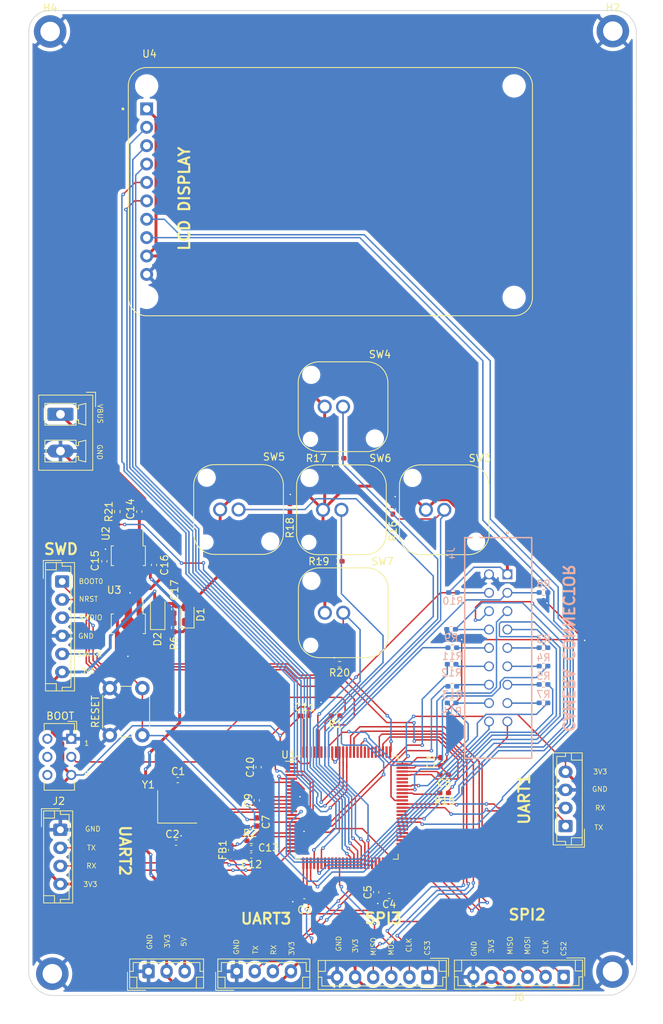
<source format=kicad_pcb>
(kicad_pcb (version 20211014) (generator pcbnew)
  (layers (0 "F.Cu" signal) (31 "B.Cu" signal) (34 "B.Paste" user) (35 "F.Paste" user) (36 "B.SilkS" user "B.Silkscreen") (37 "F.SilkS" user "F.Silkscreen") (38 "B.Mask" user) (39 "F.Mask" user) (44 "Edge.Cuts" user))
  (net 0 "")
  (net 1 "Net-(C1-Pad1)")
  (net 2 "GND")
  (net 3 "Net-(C2-Pad1)")
  (net 4 "+3.3V")
  (net 5 "Net-(C5-Pad2)")
  (net 6 "NRST")
  (net 7 "Net-(C8-Pad2)")
  (net 8 "+3.3VA")
  (net 9 "VDDA")
  (net 10 "VBUS")
  (net 11 "+5V")
  (net 12 "Net-(D1-Pad1)")
  (net 13 "Net-(D2-Pad1)")
  (net 14 "USART2 TX")
  (net 15 "USART2 RX")
  (net 16 "USART1 TX")
  (net 17 "USART1 RX")
  (net 18 "SCL")
  (net 19 "SDA ")
  (net 20 "DCMI VSYNC")
  (net 21 "DCMI HSYNC")
  (net 22 "DCMI PIXCLK")
  (net 23 "XCLK")
  (net 24 "Net-(J4-Pad09)")
  (net 25 "Net-(J4-Pad10)")
  (net 26 "Net-(J4-Pad11)")
  (net 27 "Net-(J4-Pad12)")
  (net 28 "Net-(J4-Pad13)")
  (net 29 "Net-(J4-Pad14)")
  (net 30 "Net-(J4-Pad15)")
  (net 31 "Net-(J4-Pad16)")
  (net 32 "Camera RST")
  (net 33 "Camera PWR EN")
  (net 34 "CS2")
  (net 35 "SPI2 SCK")
  (net 36 "SPI2 MOSI")
  (net 37 "SPI2 MISO")
  (net 38 "SWCLK")
  (net 39 "SWDIO")
  (net 40 "BOOT0")
  (net 41 "CS3")
  (net 42 "SPI3 SCK")
  (net 43 "SPI3 MOSI")
  (net 44 "SPI3 MISO")
  (net 45 "USART3 TX")
  (net 46 "USART3 RX")
  (net 47 "Net-(R1-Pad1)")
  (net 48 "Net-(R2-Pad2)")
  (net 49 "DCMI D7")
  (net 50 "DCMI D5")
  (net 51 "DCMI D3")
  (net 52 "DCMI D1")
  (net 53 "DCMI D6")
  (net 54 "DCMI D4")
  (net 55 "DCMI D2")
  (net 56 "DCMI D0")
  (net 57 "Net-(R15-Pad1)")
  (net 58 "GPIO OUTPUT FOR BUTTON1")
  (net 59 "GPIO OUTPUT FOR BUTTON2")
  (net 60 "GPIO OUTPUT FOR BUTTON3")
  (net 61 "GPIO OUTPUT FOR BUTTON4")
  (net 62 "GPIO OUTPUT FOR BUTTON5")
  (net 63 "GPIO OUTPUT FOR RELAY")
  (net 72 "SPI1 SCK")
  (net 73 "SPI1 MOSI")
  (net 86 "DC")
  (net 87 "RESET")
  (net 99 "CS1")
  (net 100 "CardTFTCS1")
  (net 101 "SPI1 MISO")
  (footprint "MountingHole:MountingHole_2.7mm_M2.5_ISO14580_Pad" (layer "F.Cu") (at 69.25 152.05)
    (fp_text reference "H3" hide)
    (fp_text value "MountingHole_Pad")
  )
  (footprint "Capacitor_SMD:C_0402_1005Metric_Pad0.74x0.62mm_HandSolder" (layer "F.Cu") (at 86.5925 125.302 180)
    (fp_text reference "C1")
    (fp_text value "18p")
  )
  (footprint "Library:SOT-89-5_Handsoldering" (layer "F.Cu") (at 79.756 94.314 -90)
    (fp_text reference "U2")
    (fp_text value "S-1133B50-U5T1x")
  )
  (footprint "Resistor_SMD:R_0402_1005Metric_Pad0.72x0.64mm_HandSolder" (layer "F.Cu") (at 108.4205 116.412 180)
    (fp_text reference "R1")
    (fp_text value "10k")
  )
  (footprint "Library:SW_PB300STQ_copy" (layer "F.Cu") (at 123.444 87.964)
    (fp_text reference "SW3")
    (fp_text value "SW_Push")
  )
  (footprint "Connector_Phoenix_MC_HighVoltage:PhoenixContact_MCV_1,5_2-G-5.08_1x02_P5.08mm_Vertical" (layer "F.Cu") (at 70.3775 74.7735 -90)
    (fp_text reference "J7" hide)
    (fp_text value "Voltage input max 10V")
  )
  (footprint "Connector_JST:JST_EH_B4B-EH-A_1x04_P2.50mm_Vertical" (layer "F.Cu") (at 70.358 132.16 -90)
    (fp_text reference "J2")
    (fp_text value "UART connector")
  )
  (footprint "Connector_JST:JST_EH_B3B-EH-A_1x03_P2.50mm_Vertical" (layer "F.Cu") (at 82.55 151.718)
    (fp_text reference "J5" hide)
    (fp_text value "Conn_01x03_Male")
  )
  (footprint "MountingHole:MountingHole_2.7mm_M2.5_ISO14580_Pad" (layer "F.Cu") (at 68.95 21.9)
    (fp_text reference "H4")
    (fp_text value "MountingHole_Pad")
  )
  (footprint "Resistor_SMD:R_0402_1005Metric_Pad0.72x0.64mm_HandSolder" (layer "F.Cu") (at 116.332 87.964 90)
    (fp_text reference "R16")
    (fp_text value "10k")
  )
  (footprint "Resistor_SMD:R_0402_1005Metric_Pad0.72x0.64mm_HandSolder" (layer "F.Cu") (at 108.712 95.076 180)
    (fp_text reference "R19")
    (fp_text value "10k")
  )
  (footprint "Capacitor_SMD:C_0402_1005Metric_Pad0.74x0.62mm_HandSolder" (layer "F.Cu") (at 115.824 141.304 180)
    (fp_text reference "C4")
    (fp_text value "100n")
  )
  (footprint "Library:SW_PB300STQ_copy" (layer "F.Cu") (at 109.446 73.724)
    (fp_text reference "SW4")
    (fp_text value "SW_Push")
  )
  (footprint "Resistor_SMD:R_0402_1005Metric_Pad0.72x0.64mm_HandSolder" (layer "F.Cu") (at 96.7525 133.684)
    (fp_text reference "R2")
    (fp_text value "47R")
  )
  (footprint "Capacitor_SMD:C_0402_1005Metric_Pad0.74x0.62mm_HandSolder" (layer "F.Cu") (at 104.097 142.066 180)
    (fp_text reference "C6")
    (fp_text value "100n")
  )
  (footprint "Library:SOT-89-5_Handsoldering" (layer "F.Cu") (at 79.756 103.712 -90)
    (fp_text reference "U3")
    (fp_text value "S-1133B33-U5T1x")
  )
  (footprint "Capacitor_SMD:C_0402_1005Metric_Pad0.74x0.62mm_HandSolder" (layer "F.Cu") (at 86.36 133.938)
    (fp_text reference "C2")
    (fp_text value "18p")
  )
  (footprint "Capacitor_SMD:C_0402_1005Metric_Pad0.74x0.62mm_HandSolder" (layer "F.Cu") (at 86.106 101.68 -90)
    (fp_text reference "C17")
    (fp_text value "3.3u")
  )
  (footprint "Connector_JST:JST_EH_B6B-EH-A_1x06_P2.50mm_Vertical" (layer "F.Cu") (at 121.118 152.526 180)
    (fp_text reference "J10" hide)
    (fp_text value "Conn_01x06_Male")
  )
  (footprint "Capacitor_SMD:C_0402_1005Metric_Pad0.74x0.62mm_HandSolder" (layer "F.Cu") (at 83.312 95.584 90)
    (fp_text reference "C16")
    (fp_text value "3.3u")
  )
  (footprint "Capacitor_SMD:C_0402_1005Metric_Pad0.74x0.62mm_HandSolder" (layer "F.Cu") (at 97.7685 123.524 90)
    (fp_text reference "C10")
    (fp_text value "100n")
  )
  (footprint "Connector_JST:JST_EH_B4B-EH-A_1x04_P2.50mm_Vertical" (layer "F.Cu") (at 94.742 151.718)
    (fp_text reference "J11" hide)
    (fp_text value "UART communication for camera ")
  )
  (footprint "Resistor_SMD:R_0402_1005Metric_Pad0.72x0.64mm_HandSolder" (layer "F.Cu") (at 102.108 87.71 90)
    (fp_text reference "R18")
    (fp_text value "10k")
  )
  (footprint "MountingHole:MountingHole_2.7mm_M2.5_ISO14580_Pad" (layer "F.Cu") (at 146.75 21.85)
    (fp_text reference "H2")
    (fp_text value "MountingHole_Pad")
  )
  (footprint "Connector_JST:JST_EH_B4B-EH-A_1x04_P2.50mm_Vertical" (layer "F.Cu") (at 140.208 131.652 90)
    (fp_text reference "J3" hide)
    (fp_text value "UART connector")
  )
  (footprint "LED_SMD:LED_0805_2012Metric_Pad1.15x1.40mm_HandSolder" (layer "F.Cu") (at 87.884 102.433 90)
    (fp_text reference "D1")
    (fp_text value "LED")
  )
  (footprint "Library:SW_PB300STQ_copy" (layer "F.Cu") (at 94.996 87.928)
    (fp_text reference "SW5")
    (fp_text value "SW_Push")
  )
  (footprint "Package_QFP:LQFP-100_14x14mm_P0.5mm" (layer "F.Cu") (at 109.9605 129.112)
    (fp_text reference "U1")
    (fp_text value "STM32H743VITx")
  )
  (footprint "Resistor_SMD:R_0402_1005Metric_Pad0.72x0.64mm_HandSolder" (layer "F.Cu") (at 123.4225 127.08)
    (fp_text reference "R15")
    (fp_text value "47k")
  )
  (footprint "Capacitor_SMD:C_0402_1005Metric_Pad0.74x0.62mm_HandSolder" (layer "F.Cu") (at 97.5145 128.096 90)
    (fp_text reference "C9")
    (fp_text value "100n")
  )
  (footprint "Connector_JST:JST_EH_B6B-EH-A_1x06_P2.50mm_Vertical" (layer "F.Cu") (at 70.612 97.87 -90)
    (fp_text reference "J9" hide)
    (fp_text value "Conn_01x06_Male")
  )
  (footprint "Connector_JST:JST_EH_B6B-EH-A_1x06_P2.50mm_Vertical" (layer "F.Cu") (at 139.954 152.48 180)
    (fp_text reference "J6")
    (fp_text value "Conn_01x06_Male")
  )
  (footprint "Capacitor_SMD:C_0402_1005Metric_Pad0.74x0.62mm_HandSolder" (layer "F.Cu") (at 76.454 95.076 -90)
    (fp_text reference "C15")
    (fp_text value "3.3u")
  )
  (footprint "Capacitor_SMD:C_0402_1005Metric_Pad0.74x0.62mm_HandSolder" (layer "F.Cu") (at 81.28 88.218 -90)
    (fp_text reference "C14")
    (fp_text value "3.3u")
  )
  (footprint "Capacitor_SMD:C_0402_1005Metric_Pad0.74x0.62mm_HandSolder" (layer "F.Cu") (at 114.0245 140.796 90)
    (fp_text reference "C5")
    (fp_text value "2.2u")
  )
  (footprint "Resistor_SMD:R_0402_1005Metric_Pad0.72x0.64mm_HandSolder" (layer "F.Cu") (at 86.106 104.22 90)
    (fp_text reference "R6")
    (fp_text value "1.5k")
  )
  (footprint "Library:MODULE_358" (layer "F.Cu") (at 107.696 44.022)
    (fp_text reference "U4")
    (fp_text value "358")
  )
  (footprint "Resistor_SMD:R_0402_1005Metric_Pad0.72x0.64mm_HandSolder" (layer "F.Cu") (at 108.966 80.852 180)
    (fp_text reference "R17")
    (fp_text value "10k")
  )
  (footprint "Inductor_SMD:L_0402_1005Metric_Pad0.77x0.64mm_HandSolder" (layer "F.Cu") (at 93.98 134.954 90)
    (fp_text reference "FB1")
    (fp_text value "600Ω@100MHz")
  )
  (footprint "Capacitor_SMD:C_0402_1005Metric_Pad0.74x0.62mm_HandSolder" (layer "F.Cu") (at 104.14 116.412)
    (fp_text reference "C11")
    (fp_text value "100n")
  )
  (footprint "Capacitor_SMD:C_0402_1005Metric_Pad0.74x0.62mm_HandSolder" (layer "F.Cu") (at 96.7525 135.716)
    (fp_text reference "C12")
    (fp_text value "100n")
  )
  (footprint "Library:SW_PB300STQ_copy" (layer "F.Cu") (at 109.22 87.964)
    (fp_text reference "SW6")
    (fp_text value "SW_Push")
  )
  (footprint "Capacitor_SMD:C_0402_1005Metric_Pad0.74x0.62mm_HandSolder" (layer "F.Cu") (at 96.7525 134.7)
    (fp_text reference "C13")
    (fp_text value "1u")
  )
  (footprint "Capacitor_SMD:C_0402_1005Metric_Pad0.74x0.62mm_HandSolder" (layer "F.Cu") (at 97.5145 131.0845 90)
    (fp_text reference "C7")
    (fp_text value "100n")
  )
  (footprint "Button_Switch_THT:SW_CuK_JS202011AQN_DPDT_Angled" (layer "F.Cu") (at 71.867 119.5925 -90)
    (fp_text reference "BOOT")
    (fp_text value "SW_DPDT_x2")
  )
  (footprint "Diode_SMD:D_SOD-123F" (layer "F.Cu") (at 83.82 102.312 90)
    (fp_text reference "D2")
    (fp_text value "DIODE")
  )
  (footprint "Library:SW_PB300STQ_copy" (layer "F.Cu") (at 109.474 102.188)
    (fp_text reference "SW7")
    (fp_text value "SW_Push")
  )
  (footprint "Resistor_SMD:R_0402_1005Metric_Pad0.72x0.64mm_HandSolder" (layer "F.Cu") (at 78.232 88.218 90)
    (fp_text reference "R21")
    (fp_text value "10k")
  )
  (footprint "MountingHole:MountingHole_2.7mm_M2.5_ISO14580_Pad" (layer "F.Cu") (at 146.7 151.75)
    (fp_text reference "H1" hide)
    (fp_text value "MountingHole_Pad")
  )
  (footprint "Crystal:Crystal_SMD_3225-4Pin_3.2x2.5mm_HandSoldering" (layer "F.Cu") (at 86.5185 128.992)
    (fp_text reference "Y1")
    (fp_text value "25Mhz")
  )
  (footprint "Button_Switch_THT:SW_PUSH_6mm" (layer "F.Cu") (at 77.2 119.1 90)
    (fp_text reference "RESET")
    (fp_text value "SW_Push")
  )
  (footprint "Capacitor_SMD:C_0402_1005Metric_Pad0.74x0.62mm_HandSolder" (layer "F.Cu") (at 122.9145 122.762 -90)
    (fp_text reference "C3")
    (fp_text value "100n")
  )
  (footprint "Capacitor_SMD:C_0402_1005Metric_Pad0.74x0.62mm_HandSolder" (layer "F.Cu") (at 123.4225 124.54 180)
    (fp_text reference "C8")
    (fp_text value "2.2u")
  )
  (footprint "Resistor_SMD:R_0402_1005Metric_Pad0.72x0.64mm_HandSolder" (layer "F.Cu") (at 108.966 109.3 180)
    (fp_text reference "R20")
    (fp_text value "10k")
  )
  (footprint "Resistor_SMD:R_0402_1005Metric_Pad0.72x0.64mm_HandSolder" (layer "B.Cu") (at 124.639 99.394)
    (fp_text reference "R10")
    (fp_text value "10k")
  )
  (footprint "Resistor_SMD:R_0402_1005Metric_Pad0.72x0.64mm_HandSolder" (layer "B.Cu") (at 137.16 99.394 180)
    (fp_text reference "R8")
    (fp_text value "10k")
  )
  (footprint "Library:SAMTEC_TST-109-01-G-D" (layer "B.Cu") (at 132.1695 96.8875 -90)
    (fp_text reference "J4")
    (fp_text value "TST-109-01-G-D")
  )
  (footprint "Resistor_SMD:R_0402_1005Metric_Pad0.72x0.64mm_HandSolder" (layer "B.Cu") (at 124.46 109.3)
    (fp_text reference "R12")
    (fp_text value "22R")
  )
  (footprint "Resistor_SMD:R_0402_1005Metric_Pad0.72x0.64mm_HandSolder" (layer "B.Cu") (at 137.16 112.094 180)
    (fp_text reference "R5")
    (fp_text value "22R")
  )
  (footprint "Resistor_SMD:R_0402_1005Metric_Pad0.72x0.64mm_HandSolder" (layer "B.Cu") (at 137.16 109.554 180)
    (fp_text reference "R4")
    (fp_text value "22R")
  )
  (footprint "Resistor_SMD:R_0402_1005Metric_Pad0.72x0.64mm_HandSolder" (layer "B.Cu") (at 124.46 114.634)
    (fp_text reference "R14")
    (fp_text value "22R")
  )
  (footprint "Resistor_SMD:R_0402_1005Metric_Pad0.72x0.64mm_HandSolder" (layer "B.Cu") (at 137.16 107.014 180)
    (fp_text reference "R3")
    (fp_text value "22R")
  )
  (footprint "Resistor_SMD:R_0402_1005Metric_Pad0.72x0.64mm_HandSolder" (layer "B.Cu") (at 137.16 114.634 180)
    (fp_text reference "R7")
    (fp_text value "22R")
  )
  (footprint "Resistor_SMD:R_0402_1005Metric_Pad0.72x0.64mm_HandSolder" (layer "B.Cu") (at 124.5495 112.348)
    (fp_text reference "R13")
    (fp_text value "22R")
  )
  (footprint "Resistor_SMD:R_0402_1005Metric_Pad0.72x0.64mm_HandSolder" (layer "B.Cu") (at 124.385 104.474)
    (fp_text reference "R9")
    (fp_text value "47k")
  )
  (footprint "Resistor_SMD:R_0402_1005Metric_Pad0.72x0.64mm_HandSolder" (layer "B.Cu") (at 124.5495 107.014)
    (fp_text reference "R11")
    (fp_text value "22R")
  )
  (gr_line (start 150.05 151) (end 150 22) (layer "Edge.Cuts") (width 0.1))
  (gr_line (start 146.7 19) (end 68.7 19) (layer "Edge.Cuts") (width 0.1))
  (gr_arc (start 146.7 19) (mid 148.997821 19.787396) (end 150 22) (layer "Edge.Cuts") (width 0.1))
  (gr_arc (start 69.4 155.05) (mid 66.833277 153.890417) (end 66 151.2) (layer "Edge.Cuts") (width 0.1))
  (gr_line (start 146.7 155) (end 69.4 155.05) (layer "Edge.Cuts") (width 0.1))
  (gr_arc (start 66 22.05) (mid 66.723803 19.970662) (end 68.7 19) (layer "Edge.Cuts") (width 0.1))
  (gr_line (start 66 22.05) (end 66 151.2) (layer "Edge.Cuts") (width 0.1))
  (gr_arc (start 150.05 151) (mid 149.031581 153.549887) (end 146.7 155) (layer "Edge.Cuts") (width 0.1))
  (gr_text "CAMERA CONNECTOR" (at 140.6 107.1 -90) (layer "B.SilkS") (effects (font (size 1.5 1.5) (thickness 0.3)) (justify mirror)))
  (gr_text "GND\n" (at 74.85 132.05) (layer "F.SilkS") (effects (font (size 0.7 0.7) (thickness 0.1))))
  (gr_text "GND\n" (at 75.8 80 270) (layer "F.SilkS") (effects (font (size 0.7 0.7) (thickness 0.1))))
  (gr_text "3V3" (at 74.5 139.7) (layer "F.SilkS") (effects (font (size 0.7 0.7) (thickness 0.1))))
  (gr_text "CLK" (at 137.45 148.35 90) (layer "F.SilkS") (effects (font (size 0.7 0.7) (thickness 0.1))))
  (gr_text "VBUS" (at 75.85 74.7 270) (layer "F.SilkS") (effects (font (size 0.7 0.7) (thickness 0.1))))
  (gr_text "LCD DISPLAY" (at 87.5 45 90) (layer "F.SilkS") (effects (font (size 1.5 1.5) (thickness 0.3))))
  (gr_text "SWCLK" (at 74.4 107.9) (layer "F.SilkS") (effects (font (size 0.7 0.7) (thickness 0.1))))
  (gr_text "GND\n" (at 82.7 147.65 90) (layer "F.SilkS") (effects (font (size 0.7 0.7) (thickness 0.1))))
  (gr_text "RX" (at 74.65 137.15) (layer "F.SilkS") (effects (font (size 0.7 0.7) (thickness 0.1))))
  (gr_text "GND\n" (at 73.9 105.4) (layer "F.SilkS") (effects (font (size 0.7 0.7) (thickness 0.1))))
  (gr_text "3V3" (at 129.95 148.25 90) (layer "F.SilkS") (effects (font (size 0.7 0.7) (thickness 0.1))))
  (gr_text "UART3" (at 98.8 144.45) (layer "F.SilkS") (effects (font (size 1.5 1.5) (thickness 0.3))))
  (gr_text "5V" (at 87.45 147.65 90) (layer "F.SilkS") (effects (font (size 0.7 0.7) (thickness 0.1))))
  (gr_text "CLK" (at 118.55 148.1 90) (layer "F.SilkS") (effects (font (size 0.7 0.7) (thickness 0.1))))
  (gr_text "NRST" (at 74.25 100.3) (layer "F.SilkS") (effects (font (size 0.7 0.7) (thickness 0.1))))
  (gr_text "SPI3\n" (at 115 144.4) (layer "F.SilkS") (effects (font (size 1.5 1.5) (thickness 0.3))))
  (gr_text "RX" (at 145 129.15) (layer "F.SilkS") (effects (font (size 0.7 0.7) (thickness 0.1))))
  (gr_text "TX\n" (at 97.35 148.75 90) (layer "F.SilkS") (effects (font (size 0.7 0.7) (thickness 0.1))))
  (gr_text "BOOT0" (at 74.6 97.85) (layer "F.SilkS") (effects (font (size 0.7 0.7) (thickness 0.1))))
  (gr_text "1" (at 74 120.2) (layer "F.SilkS") (effects (font (size 0.7 0.7) (thickness 0.1))))
  (gr_text "TX\n" (at 74.65 134.65) (layer "F.SilkS") (effects (font (size 0.7 0.7) (thickness 0.1))))
  (gr_text "SPI2" (at 134.9 143.9) (layer "F.SilkS") (effects (font (size 1.5 1.5) (thickness 0.3))))
  (gr_text "GND" (at 144.95 126.55) (layer "F.SilkS") (effects (font (size 0.7 0.7) (thickness 0.1))))
  (gr_text "GND\n" (at 108.85 147.9 90) (layer "F.SilkS") (effects (font (size 0.7 0.7) (thickness 0.1))))
  (gr_text "3V3" (at 102.35 148.55 90) (layer "F.SilkS") (effects (font (size 0.7 0.7) (thickness 0.1))))
  (gr_text "UART1" (at 134.5 127.95 90) (layer "F.SilkS") (effects (font (size 1.5 1.5) (thickness 0.3))))
  (gr_text "3V3" (at 74.15 110.25) (layer "F.SilkS") (effects (font (size 0.7 0.7) (thickness 0.1))))
  (gr_text "CS3" (at 121.1 148.5 90) (layer "F.SilkS") (effects (font (size 0.7 0.7) (thickness 0.1))))
  (gr_text "GND" (at 94.7 148.35 90) (layer "F.SilkS") (effects (font (size 0.7 0.7) (thickness 0.1))))
  (gr_text "GND" (at 127.55 148.6 90) (layer "F.SilkS") (effects (font (size 0.7 0.7) (thickness 0.1))))
  (gr_text "MOSI" (at 116.1 148.25 90) (layer "F.SilkS") (effects (font (size 0.7 0.7) (thickness 0.1))))
  (gr_text "SWDIO\n" (at 74.55 102.85) (layer "F.SilkS") (effects (font (size 0.7 0.7) (thickness 0.1))))
  (gr_text "3V3" (at 145 124.15) (layer "F.SilkS") (effects (font (size 0.7 0.7) (thickness 0.1))))
  (gr_text "CS2" (at 139.95 148.6 90) (layer "F.SilkS") (effects (font (size 0.7 0.7) (thickness 0.1))))
  (gr_text "UART2" (at 79.3 135.05 270) (layer "F.SilkS") (effects (font (size 1.5 1.5) (thickness 0.3))))
  (gr_text "MOSI\n" (at 134.95 148.15 90) (layer "F.SilkS") (effects (font (size 0.7 0.7) (thickness 0.1))))
  (gr_text "0" (at 74 124.4) (layer "F.SilkS") (effects (font (size 0.7 0.7) (thickness 0.1))))
  (gr_text "3V3" (at 85.15 147.55 90) (layer "F.SilkS") (effects (font (size 0.7 0.7) (thickness 0.1))))
  (gr_text "TX" (at 144.8 131.85) (layer "F.SilkS") (effects (font (size 0.7 0.7) (thickness 0.1))))
  (gr_text "MISO" (at 132.55 148.15 90) (layer "F.SilkS") (effects (font (size 0.7 0.7) (thickness 0.1))))
  (gr_text "3V3" (at 111.15 148.2 90) (layer "F.SilkS") (effects (font (size 0.7 0.7) (thickness 0.1))))
  (gr_text "MISO" (at 113.65 148.3 90) (layer "F.SilkS") (effects (font (size 0.7 0.7) (thickness 0.1))))
  (gr_text "RX" (at 99.85 148.75 90) (layer "F.SilkS") (effects (font (size 0.7 0.7) (thickness 0.1))))
  (gr_text "SWD" (at 70.45 93.4) (layer "F.SilkS") (effects (font (size 1.5 1.5) (thickness 0.3))))
  (segment (start 102.2855 128.612) (end 98.576967 128.612) (width 0.2) (layer "F.Cu") (net 1))
  (segment (start 98.576967 128.612) (end 97.857967 129.331) (width 0.2) (layer "F.Cu") (net 1))
  (segment (start 87.9685 126.1105) (end 87.16 125.302) (width 0.2) (layer "F.Cu") (net 1))
  (segment (start 88.2185 127.842) (end 87.9685 127.842) (width 0.2) (layer "F.Cu") (net 1))
  (segment (start 87.9685 127.842) (end 87.9685 126.1105) (width 0.2) (layer "F.Cu") (net 1))
  (segment (start 89.7075 129.331) (end 88.2185 127.842) (width 0.2) (layer "F.Cu") (net 1))
  (segment (start 97.857967 129.331) (end 89.7075 129.331) (width 0.2) (layer "F.Cu") (net 1))
  (segment (start 97.7685 122.9565) (end 97.7685 120.8815) (width 0.2) (layer "F.Cu") (net 2))
  (segment (start 115.4605 136.787) (end 115.4605 141.1) (width 0.2) (layer "F.Cu") (net 2))
  (segment (start 103.45 115.2) (end 104.5 115.2) (width 0.2) (layer "F.Cu") (net 2))
  (segment (start 115.4605 141.1) (end 115.2565 141.304) (width 0.2) (layer "F.Cu") (net 2))
  (segment (start 114.0245 142.1245) (end 114.25 142.35) (width 0.2) (layer "F.Cu") (net 2))
  (segment (start 103.9605 136.787) (end 103.9605 141.635) (width 0.2) (layer "F.Cu") (net 2))
  (segment (start 104.7075 116.412) (end 106.4 114.7195) (width 0.2) (layer "F.Cu") (net 2))
  (segment (start 97.7685 120.8815) (end 103.45 115.2) (width 0.2) (layer "F.Cu") (net 2))
  (segment (start 103.762 132.112) (end 104.05 132.4) (width 0.2) (layer "F.Cu") (net 2))
  (segment (start 122.9145 123.3295) (end 119.5745 123.3295) (width 0.2) (layer "F.Cu") (net 2))
  (segment (start 104.4605 121.437) (end 104.4605 116.659) (width 0.2) (layer "F.Cu") (net 2))
  (segment (start 137.7 100.85) (end 142.85 106) (width 0.2) (layer "F.Cu") (net 2))
  (segment (start 114.0245 141.3635) (end 115.197 141.3635) (width 0.2) (layer "F.Cu") (net 2))
  (segment (start 104.75 116.3695) (end 104.7075 116.412) (width 0.2) (layer "F.Cu") (net 2))
  (segment (start 78.262 87.6505) (end 78.232 87.6205) (width 0.4) (layer "F.Cu") (net 2))
  (segment (start 102.2855 127.612) (end 103.488 127.612) (width 0.2) (layer "F.Cu") (net 2))
  (segment (start 70.3775 79.8535) (end 70.465 79.8535) (width 0.4) (layer "F.Cu") (net 2))
  (segment (start 79.756 94.314) (end 82.6095 94.314) (width 0.4) (layer "F.Cu") (net 2))
  (segment (start 97.598 127.612) (end 97.5145 127.5285) (width 0.2) (layer "F.Cu") (net 2))
  (segment (start 104.75 115.45) (end 104.75 116.3695) (width 0.2) (layer "F.Cu") (net 2))
  (segment (start 79.5615 94.5085) (end 79.756 94.314) (width 0.4) (layer "F.Cu") (net 2))
  (segment (start 114.0245 141.3635) (end 114.0245 142.1245) (width 0.2) (layer "F.Cu") (net 2))
  (segment (start 103.9605 141.635) (end 103.5295 142.066) (width 0.2) (layer "F.Cu") (net 2))
  (segment (start 106.4 114.7195) (end 106.4 114.55) (width 0.2) (layer "F.Cu") (net 2))
  (segment (start 85.0685 126.2585) (end 85.0685 127.842) (width 0.2) (layer "F.Cu") (net 2))
  (segment (start 123.8 122.444) (end 123.8 121.75) (width 0.2) (layer "F.Cu") (net 2))
  (segment (start 86.9275 133.938) (end 86.9275 133.1225) (width 0.2) (layer "F.Cu") (net 2))
  (segment (start 116.332 86.468) (end 116.65 86.15) (width 0.2) (layer "F.Cu") (net 2))
  (segment (start 97.5145 127.5285) (end 97.1585 127.1725) (width 0.2) (layer "F.Cu") (net 2))
  (segment (start 86.106 102.2475) (end 86.106 103.6225) (width 0.4) (layer "F.Cu") (net 2))
  (segment (start 79.756 103.712) (end 79.756 108.144) (width 0.4) (layer "F.Cu") (net 2))
  (segment (start 108.3685 81.5815) (end 108 81.95) (width 0.2) (layer "F.Cu") (net 2))
  (segment (start 119.292 123.612) (end 117.6355 123.612) (width 0.2) (layer "F.Cu") (net 2))
  (segment (start 103.488 127.612) (end 103.5 127.6) (width 0.2) (layer "F.Cu") (net 2))
  (segment (start 81.28 87.6505) (end 78.262 87.6505) (width 0.4) (layer "F.Cu") (net 2))
  (segment (start 79.756 108.144) (end 79.7 108.2) (width 0.4) (layer "F.Cu") (net 2))
  (segment (start 96.948 131.652) (end 96.6 132) (width 0.2) (layer "F.Cu") (net 2))
  (segment (start 137.65 100.85) (end 137.7 100.85) (width 0.2) (layer "F.Cu") (net 2))
  (segment (start 102.108 85.892) (end 102.15 85.85) (width 0.2) (layer "F.Cu") (net 2))
  (segment (start 116.332 87.3665) (end 116.332 86.468) (width 0.2) (layer "F.Cu") (net 2))
  (segment (start 79.756 103.712) (end 79.756 99.694) (width 0.4) (layer "F.Cu") (net 2))
  (segment (start 123.85 115.723) (end 125.85 113.723) (width 0.2) (layer "F.Cu") (net 2))
  (segment (start 97.1585 127.1725) (end 97.1585 123.5665) (width 0.2) (layer "F.Cu") (net 2))
  (segment (start 103.5295 142.066) (end 102.534 142.066) (width 0.2) (layer "F.Cu") (net 2))
  (segment (start 79.756 99.694) (end 80 99.45) (width 0.4) (layer "F.Cu") (net 2))
  (segment (start 102.534 142.066) (end 102.5 142.1) (width 0.2) (layer "F.Cu") (net 2))
  (segment (start 102.108 87.1125) (end 102.108 85.892) (width 0.2) (layer "F.Cu") (net 2))
  (segment (start 119.5745 123.3295) (end 119.292 123.612) (width 0.2) (layer "F.Cu") (net 2))
  (segment (start 102.2855 127.612) (end 97.598 127.612) (width 0.2) (layer "F.Cu") (net 2))
  (segment (start 122.9145 123.3295) (end 123.8 122.444) (width 0.2) (layer "F.Cu") (net 2))
  (segment (start 76.454 94.5085) (end 79.5615 94.5085) (width 0.4) (layer "F.Cu") (net 2))
  (segment (start 108.3685 80.852) (end 108.3685 81.5815) (width 0.2) (layer "F.Cu") (net 2))
  (segment (start 108.1145 95.076) (end 106.526 95.076) (width 0.2) (layer "F.Cu") (net 2))
  (segment (start 82.6095 94.314) (end 83.312 95.0165) (width 0.4) (layer "F.Cu") (net 2))
  (segment (start 125.85 105.9) (end 142.75 105.9) (width 0.2) (layer "F.Cu") (net 2))
  (segment (start 70.465 79.8535) (end 78.232 87.6205) (width 0.4) (layer "F.Cu") (net 2))
  (segment (start 83.2525 102.2475) (end 86.106 102.2475) (width 0.4) (layer "F.Cu") (net 2))
  (segment (start 125.85 113.723) (end 125.85 105.9) (width 0.2) (layer "F.Cu") (net 2))
  (segment (start 96.9065 122.9565) (end 96.8 122.85) (width 0.2) (layer "F.Cu") (net 2))
  (segment (start 97.5145 131.652) (end 96.948 131.652) (width 0.2) (layer "F.Cu") (net 2))
  (segment (start 86.9275 133.1225) (end 87.05 133) (width 0.2) (layer "F.Cu") (net 2))
  (segment (start 122.9145 123.4645) (end 123.99 124.54) (width 0.2) (layer "F.Cu") (net 2))
  (segment (start 86.025 125.302) (end 85.0685 126.2585) (width 0.2) (layer "F.Cu") (net 2))
  (segment (start 102.2855 132.112) (end 103.762 132.112) (width 0.2) (layer "F.Cu") (net 2))
  (segment (start 76.454 93.546) (end 76.6 93.4) (width 0.4) (layer "F.Cu") (net 2))
  (segment (start 108.3685 108.5185) (end 108.25 108.4) (width 0.2) (layer "F.Cu") (net 2))
  (segment (start 106.526 95.076) (end 106.4 94.95) (width 0.2) (layer "F.Cu") (net 2))
  (segment (start 87.9685 130.142) (end 87.9685 132.897) (width 0.2) (layer "F.Cu") (net 2))
  (segment (start 97.7685 122.9565) (end 96.9065 122.9565) (width 0.2) (layer "F.Cu") (net 2))
  (segment (start 104.5 115.2) (end 104.75 115.45) (width 0.2) (layer "F.Cu") (net 2))
  (segment (start 87.9685 130.142) (end 87.8185 130.142) (width 0.2) (layer "F.Cu") (net 2))
  (segment (start 76.454 94.5085) (end 76.454 93.546) (width 0.4) (layer "F.Cu") (net 2))
  (segment (start 115.197 141.3635) (end 115.2565 141.304) (width 0.2) (layer "F.Cu") (net 2))
  (segment (start 85.5185 127.842) (end 85.0685 127.842) (width 0.2) (layer "F.Cu") (net 2))
  (segment (start 142.75 105.9) (end 142.85 106) (width 0.2) (layer "F.Cu") (net 2))
  (segment (start 79.756 103.712) (end 81.788 103.712) (width 0.4) (layer "F.Cu") (net 2))
  (segment (start 87.9685 132.897) (end 86.9275 133.938) (width 0.2) (layer "F.Cu") (net 2))
  (segment (start 122.9145 123.3295) (end 122.9145 123.4645) (width 0.2) (layer "F.Cu") (net 2))
  (segment (start 81.788 103.712) (end 83.2525 102.2475) (width 0.4) (layer "F.Cu") (net 2))
  (segment (start 104.4605 116.659) (end 104.7075 116.412) (width 0.2) (layer "F.Cu") (net 2))
  (segment (start 97.1585 123.5665) (end 97.7685 122.9565) (width 0.2) (layer "F.Cu") (net 2))
  (segment (start 87.8185 130.142) (end 85.5185 127.842) (width 0.2) (layer "F.Cu") (net 2))
  (segment (start 108.3685 109.3) (end 108.3685 108.5185) (width 0.2) (layer "F.Cu") (net 2))
  (via (at 76.6 93.4) (size 0.5) (drill 0.2) (layers "F.Cu" "B.Cu") (net 2))
  (via (at 123.8 121.75) (size 0.5) (drill 0.2) (layers "F.Cu" "B.Cu") (net 2))
  (via (at 114.25 142.35) (size 0.5) (drill 0.2) (layers "F.Cu" "B.Cu") (net 2))
  (via (at 79.7 108.2) (size 0.5) (drill 0.2) (layers "F.Cu" "B.Cu") (net 2))
  (via (at 103.5 127.6) (size 0.5) (drill 0.2) (layers "F.Cu" "B.Cu") (net 2))
  (via (at 108 81.95) (size 0.5) (drill 0.2) (layers "F.Cu" "B.Cu") (net 2))
  (via (at 142.85 106) (size 0.5) (drill 0.2) (layers "F.Cu" "B.Cu") (net 2))
  (via (at 106.4 114.55) (size 0.5) (drill 0.2) (layers "F.Cu" "B.Cu") (net 2))
  (via (at 123.85 115.723) (size 0.5) (drill 0.2) (layers "F.Cu" "B.Cu") (net 2))
  (via (at 102.5 142.1) (size 0.5) (drill 0.2) (layers "F.Cu" "B.Cu") (net 2))
  (via (at 87.05 133) (size 0.5) (drill 0.2) (layers "F.Cu" "B.Cu") (net 2))
  (via (at 96.6 132) (size 0.5) (drill 0.2) (layers "F.Cu" "B.Cu") (net 2))
  (via (at 137.65 100.85) (size 0.5) (drill 0.2) (layers "F.Cu" "B.Cu") (net 2))
  (via (at 80 99.45) (size 0.5) (drill 0.2) (layers "F.Cu" "B.Cu") (net 2))
  (via (at 106.4 94.95) (size 0.5) (drill 0.2) (layers "F.Cu" "B.Cu") (net 2))
  (via (at 104.05 132.4) (size 0.5) (drill 0.2) (layers "F.Cu" "B.Cu") (net 2))
  (via (at 108.25 108.4) (size 0.5) (drill 0.2) (layers "F.Cu" "B.Cu") (net 2))
  (via (at 116.65 86.15) (size 0.5) (drill 0.2) (layers "F.Cu" "B.Cu") (net 2))
  (via (at 102.15 85.85) (size 0.5) (drill 0.2) (layers "F.Cu" "B.Cu") (net 2))
  (via (at 125.85 105.9) (size 0.5) (drill 0.2) (layers "F.Cu" "B.Cu") (net 2))
  (via (at 96.8 122.85) (size 0.5) (drill 0.2) (layers "F.Cu" "B.Cu") (net 2))
  (segment (start 130.792 98.05) (end 129.6295 96.8875) (width 0.2) (layer "B.Cu") (net 2))
  (segment (start 125.2135 105.9) (end 125.85 105.9) (width 0.2) (layer "B.Cu") (net 2))
  (segment (start 136.8 98.05) (end 130.792 98.05) (width 0.2) (layer "B.Cu") (net 2))
  (segment (start 137.7575 99.394) (end 137.7575 100.7425) (width 0.2) (layer "B.Cu") (net 2))
  (segment (start 137.7575 99.394) (end 137.7575 99.0075) (width 0.2) (layer "B.Cu") (net 2))
  (segment (start 137.7575 99.0075) (end 136.8 98.05) (width 0.2) (layer "B.Cu") (net 2))
  (segment (start 137.7575 100.7425) (end 137.65 100.85) (width 0.2) (layer "B.Cu") (net 2))
  (segment (start 123.7875 104.474) (end 125.2135 105.9) (width 0.2) (layer "B.Cu") (net 2))
  (segment (start 123.8 121.75) (end 123.8 115.773) (width 0.2) (layer "B.Cu") (net 2))
  (segment (start 123.8 115.773) (end 123.85 115.723) (width 0.2) (layer "B.Cu") (net 2))
  (segment (start 92.145467 129.731) (end 87.176467 134.7) (width 0.2) (layer "F.Cu") (net 3))
  (segment (start 86.5545 134.7) (end 85.7925 133.938) (width 0.2) (layer "F.Cu") (net 3))
  (segment (start 98.023652 129.731) (end 92.145467 129.731) (width 0.2) (layer "F.Cu") (net 3))
  (segment (start 87.176467 134.7) (end 86.5545 134.7) (width 0.2) (layer "F.Cu") (net 3))
  (segment (start 98.642653 129.112) (end 98.023652 129.731) (width 0.2) (layer "F.Cu") (net 3))
  (segment (start 85.0685 133.214) (end 85.7925 133.938) (width 0.2) (layer "F.Cu") (net 3))
  (segment (start 102.2855 129.112) (end 98.642653 129.112) (width 0.2) (layer "F.Cu") (net 3))
  (segment (start 85.0685 130.142) (end 85.0685 133.214) (width 0.2) (layer "F.Cu") (net 3))
  (segment (start 92.456 87.928) (end 95.734 84.65) (width 0.4) (layer "F.Cu") (net 4))
  (segment (start 100.8345 119.15) (end 100.75 119.15) (width 0.2) (layer "F.Cu") (net 4))
  (segment (start 94.6185 134.3815) (end 94.85 134.15) (width 0.2) (layer "F.Cu") (net 4))
  (segment (start 87.884 101.408) (end 86.4015 101.408) (width 0.4) (layer "F.Cu") (net 4))
  (segment (start 106.934 102.188) (end 106.934 97.334) (width 0.4) (layer "F.Cu") (net 4))
  (segment (start 102.3235 128.15) (end 102.2855 128.112) (width 0.2) (layer "F.Cu") (net 4))
  (segment (start 120.904 87.964) (end 118.49 85.55) (width 0.4) (layer "F.Cu") (net 4))
  (segment (start 86.094 52.912) (end 106.906 73.724) (width 0.4) (layer "F.Cu") (net 4))
  (segment (start 102.2855 125.612) (end 99.289 125.612) (width 0.2) (layer "F.Cu") (net 4))
  (segment (start 141.9 125.844) (end 141.9 153.6) (width 0.4) (layer "F.Cu") (net 4))
  (segment (start 85.05 148.95) (end 75.76 139.66) (width 0.4) (layer "F.Cu") (net 4))
  (segment (start 119.2 116.5) (end 128.943999 116.5) (width 0.2) (layer "F.Cu") (net 4))
  (segment (start 109.95 149.95) (end 105.5 149.95) (width 0.4) (layer "F.Cu") (net 4))
  (segment (start 71.867 124.5925) (end 70.7 123.4255) (width 0.4) (layer "F.Cu") (net 4))
  (segment (start 140.208 122.858) (end 140.208 124.152) (width 0.2) (layer "F.Cu") (net 4))
  (segment (start 69.25 111.732) (end 70.612 110.37) (width 0.4) (layer "F.Cu") (net 4))
  (segment (start 103.9605 116.8) (end 103.5725 116.412) (width 0.2) (layer "F.Cu") (net 4))
  (segment (start 69.237 112.313) (end 69.25 112.3) (width 0.4) (layer "F.Cu") (net 4))
  (segment (start 104 126.45) (end 104.05 126.5) (width 0.2) (layer "F.Cu") (net 4))
  (segment (start 85.9055 100.912) (end 86.106 101.1125) (width 0.4) (layer "F.Cu") (net 4))
  (segment (start 68.05 128.4095) (end 68.05 137.352) (width 0.4) (layer "F.Cu") (net 4))
  (segment (start 104.6645 142.8855) (end 104.4 143.15) (width 0.2) (layer "F.Cu") (net 4))
  (segment (start 116.3915 141.7145) (end 116.3915 141.304) (width 0.2) (layer "F.Cu") (net 4))
  (segment (start 141.9 153.6) (end 141.5 154) (width 0.4) (layer "F.Cu") (net 4))
  (segment (start 102.2855 125.612) (end 103.162 125.612) (width 0.2) (layer "F.Cu") (net 4))
  (segment (start 112.892 154.3) (end 111.118 152.526) (width 0.4) (layer "F.Cu") (net 4))
  (segment (start 104.05 127.827818) (end 103.727818 128.15) (width 0.2) (layer "F.Cu") (net 4))
  (segment (start 83.82 100.912) (end 85.9055 100.912) (width 0.4) (layer "F.Cu") (net 4))
  (segment (start 140.208 124.152) (end 141.9 125.844) (width 0.4) (layer "F.Cu") (net 4))
  (segment (start 111.118 152.526) (end 111.118 151.118) (width 0.4) (layer "F.Cu") (net 4))
  (segment (start 114.806 143.3) (end 107.65 143.3) (width 0.2) (layer "F.Cu") (net 4))
  (segment (start 96.2 128.75) (end 97.428 128.75) (width 0.2) (layer "F.Cu") (net 4))
  (segment (start 115.9605 136.787) (end 115.9605 140.873) (width 0.2) (layer "F.Cu") (net 4))
  (segment (start 86.35 153.65) (end 100.31 153.65) (width 0.4) (layer "F.Cu") (net 4))
  (segment (start 82.296 32.592) (end 83.585 33.881) (width 0.4) (layer "F.Cu") (net 4))
  (segment (start 68.05 137.352) (end 70.358 139.66) (width 0.4) (layer "F.Cu") (net 4))
  (segment (start 105.1 149.6) (end 104.75 149.95) (width 0.2) (layer "F.Cu") (net 4))
  (segment (start 99.289 125.612) (end 97.7685 124.0915) (width 0.2) (layer "F.Cu") (net 4))
  (segment (start 132.1695 96.8875) (end 132.1695 94.744956) (width 0.4) (layer "F.Cu") (net 4))
  (segment (start 128.943999 116.5) (end 129.221499 116.2225) (width 0.2) (layer "F.Cu") (net 4))
  (segment (start 105.2 149.95) (end 104.75 149.95) (width 0.4) (layer "F.Cu") (net 4))
  (segment (start 106.68 92.52) (end 106.68 87.964) (width 0.4) (layer "F.Cu") (net 4))
  (segment (start 71.867 124.5925) (end 68.05 128.4095) (width 0.4) (layer "F.Cu") (net 4))
  (segment (start 128.134 154.3) (end 112.892 154.3) (width 0.4) (layer "F.Cu") (net 4))
  (segment (start 133.5725 116.2225) (end 140.208 122.858) (width 0.2) (layer "F.Cu") (net 4))
  (segment (start 103.9605 121.437) (end 103.9605 116.8) (width 0.2) (layer "F.Cu") (net 4))
  (segment (start 103.8 149.95) (end 102.242 151.508) (width 0.4) (layer "F.Cu") (net 4))
  (segment (start 104.6645 142.066) (end 104.6645 142.8855) (width 0.2) (layer "F.Cu") (net 4))
  (segment (start 118.776 123.112) (end 117.6355 123.112) (width 0.2) (layer "F.Cu") (net 4))
  (segment (start 70.7 120.169865) (end 69.237 118.706865) (width 0.4) (layer "F.Cu") (net 4))
  (segment (start 104.4605 136.787) (end 104.4605 141.862) (width 0.2) (layer "F.Cu") (net 4))
  (segment (start 122.9145 122.1945) (end 119.6935 122.1945) (width 0.2) (layer "F.Cu") (net 4))
  (segment (start 102.2855 128.112) (end 98.066 128.112) (width 0.2) (layer "F.Cu") (net 4))
  (segment (start 102.242 151.508) (end 102.242 151.718) (width 0.4) (layer "F.Cu") (net 4))
  (segment (start 75.76 139.66) (end 70.358 139.66) (width 0.4) (layer "F.Cu") (net 4))
  (segment (start 106.906 87.738) (end 106.68 87.964) (width 0.4) (layer "F.Cu") (net 4))
  (segment (start 100.75 119.15) (end 100.75 121.11) (width 0.2) (layer "F.Cu") (net 4))
  (segment (start 129.221499 116.2225) (end 133.5725 116.2225) (width 0.2) (layer "F.Cu") (net 4))
  (segment (start 103.727818 128.15) (end 102.3235 128.15) (width 0.2) (layer "F.Cu") (net 4))
  (segment (start 104.75 149.95) (end 103.8 149.95) (width 0.4) (layer "F.Cu") (net 4))
  (segment (start 109.944 84.7) (end 106.68 87.964) (width 0.4) (layer "F.Cu") (net 4))
  (segment (start 97.428 128.75) (end 97.5145 128.6635) (width 0.2) (layer "F.Cu") (net 4))
  (segment (start 105.5 149.95) (end 105.2 149.95) (width 0.4) (layer "F.Cu") (net 4))
  (segment (start 105.3 93.9) (end 106.68 92.52) (width 0.4) (layer "F.Cu") (net 4))
  (segment (start 115.9605 140.873) (end 116.3915 141.304) (width 0.2) (layer "F.Cu") (net 4))
  (segment (start 83.585 33.881) (end 83.585 51.623) (width 0.4) (layer "F.Cu") (net 4))
  (segment (start 119.6935 122.1945) (end 118.776 123.112) (width 0.2) (layer "F.Cu") (net 4))
  (segment (start 105.1 149.4) (end 105.1 149.85) (width 0.2) (layer "F.Cu") (net 4))
  (segment (start 105.1 149.4) (end 105.1 149.6) (width 0.2) (layer "F.Cu") (net 4))
  (segment (start 70.704 110.462) (end 70.612 110.37) (width 0.2) (layer "F.Cu") (net 4))
  (segment (start 93.98 134.3815) (end 94.6185 134.3815) (width 0.2) (layer "F.Cu") (net 4))
  (segment (start 85.05 151.718) (end 85.05 152.35) (width 0.4) (layer "F.Cu") (net 4))
  (segment (start 104.05 126.5) (end 104.05 127.827818) (width 0.2) (layer "F.Cu") (net 4))
  (segment (start 129.954 152.754) (end 129.954 152.48) (width 0.2) (layer "F.Cu") (net 4))
  (segment (start 104.4605 141.862) (end 104.6645 142.066) (width 0.2) (layer "F.Cu") (net 4))
  (segment (start 83.585 51.623) (end 82.296 52.912) (width 0.4) (layer "F.Cu") (net 4))
  (segment (start 100.31 153.65) (end 102.242 151.718) (width 0.4) (layer "F.Cu") (net 4))
  (segment (start 100.75 121.11) (end 97.7685 124.0915) (width 0.2) (layer "F.Cu") (net 4))
  (segment (start 117.65 84.7) (end 109.944 84.7) (width 0.4) (layer "F.Cu") (net 4))
  (segment (start 105.3 95.7) (end 105.3 93.9) (width 0.4) (layer "F.Cu") (net 4))
  (segment (start 129.954 152.48) (end 128.134 154.3) (width 0.4) (layer "F.Cu") (net 4))
  (segment (start 118.49 85.54) (end 117.65 84.7) (width 0.4) (layer "F.Cu") (net 4))
  (segment (start 82.296 52.912) (end 86.094 52.912) (width 0.4) (layer "F.Cu") (net 4))
  (segment (start 105.1 149.85) (end 105.2 149.95) (width 0.2) (layer "F.Cu") (net 4))
  (segment (start 92.456 96.836) (end 87.884 101.408) (width 0.4) (layer "F.Cu") (net 4))
  (segment (start 105.1 147.15) (end 105.1 149.4) (width 0.2) (layer "F.Cu") (net 4))
  (segment (start 85.05 151.718) (end 85.05 148.95) (width 0.4) (layer "F.Cu") (net 4))
  (segment (start 106.934 97.334) (end 105.3 95.7) (width 0.4) (layer "F.Cu") (net 4))
  (segment (start 92.456 87.928) (end 92.456 96.836) (width 0.4) (layer "F.Cu") (net 4))
  (segment (start 69.237 118.706865) (end 69.237 112.313) (width 0.4) (layer "F.Cu") (net 4))
  (segment (start 69.25 112.3) (end 69.25 111.732) (width 0.4) (layer "F.Cu") (net 4))
  (segment (start 107.65 143.3) (end 106.416 142.066) (width 0.2) (layer "F.Cu") (net 4))
  (segment (start 83.397829 100.489829) (end 83.82 100.912) (width 0.4) (layer "F.Cu") (net 4))
  (segment (start 106.906 73.724) (end 106.906 87.738) (width 0.4) (layer "F.Cu") (net 4))
  (segment (start 141.5 154) (end 131.474 154) (width 0.4) (layer "F.Cu") (net 4))
  (segment (start 83.397829 99.2315) (end 83.397829 100.489829) (width 0.4) (layer "F.Cu") (net 4))
  (segment (start 124.013544 86.589) (end 122.279 86.589) (width 0.4) (layer "F.Cu") (net 4))
  (segment (start 111.118 151.118) (end 109.95 149.95) (width 0.4) (layer "F.Cu") (net 4))
  (segment (start 95.734 84.65) (end 103.366 84.65) (width 0.4) (layer "F.Cu") (net 4))
  (segment (start 103.162 125.612) (end 104 126.45) (width 0.2) (layer "F.Cu") (net 4))
  (segment (start 85.05 152.35) (end 86.35 153.65) (width 0.4) (layer "F.Cu") (net 4))
  (segment (start 103.5725 116.412) (end 100.8345 119.15) (width 0.2) (layer "F.Cu") (net 4))
  (segment (start 86.4015 101.408) (end 86.106 101.1125) (width 0.4) (layer "F.Cu") (net 4))
  (segment (start 132.1695 94.744956) (end 124.013544 86.589) (width 0.4) (layer "F.Cu") (net 4))
  (segment (start 103.7 128.15) (end 102.3235 128.15) (width 0.2) (layer "F.Cu") (net 4))
  (segment (start 70.7 123.4255) (end 70.7 120.169865) (width 0.4) (layer "F.Cu") (net 4))
  (segment (start 122.279 86.589) (end 120.904 87.964) (width 0.4) (layer "F.Cu") (net 4))
  (segment (start 105.1 149.6) (end 105.45 149.95) (width 0.2) (layer "F.Cu") (net 4))
  (segment (start 117.6355 122.8145) (end 117.6355 123.112) (width 0.2) (layer "F.Cu") (net 4))
  (segment (start 118.49 85.55) (end 118.49 85.54) (width 0.4) (layer "F.Cu") (net 4))
  (segment (start 106.416 142.066) (end 104.6645 142.066) (width 0.2) (layer "F.Cu") (net 4))
  (segment (start 103.366 84.65) (end 106.68 87.964) (width 0.4) (layer "F.Cu") (net 4))
  (segment (start 105.45 149.95) (end 105.5 149.95) (width 0.2) (layer "F.Cu") (net 4))
  (segment (start 131.474 154) (end 129.954 152.48) (width 0.4) (layer "F.Cu") (net 4))
  (segment (start 98.066 128.112) (end 97.5145 128.6635) (width 0.2) (layer "F.Cu") (net 4))
  (segment (start 114.806 143.3) (end 116.3915 141.7145) (width 0.2) (layer "F.Cu") (net 4))
  (segment (start 118.45 122) (end 117.6355 122.8145) (width 0.2) (layer "F.Cu") (net 4))
  (via (at 83.397829 99.2315) (size 0.5) (drill 0.2) (layers "F.Cu" "B.Cu") (net 4))
  (via (at 96.2 128.75) (size 0.5) (drill 0.2) (layers "F.Cu" "B.Cu") (net 4))
  (via (at 104.4 143.15) (size 0.5) (drill 0.2) (layers "F.Cu" "B.Cu") (net 4))
  (via (at 119.2 116.5) (size 0.5) (drill 0.2) (layers "F.Cu" "B.Cu") (net 4))
  (via (at 118.45 122) (size 0.5) (drill 0.2) (layers "F.Cu" "B.Cu") (net 4))
  (via (at 105.1 147.15) (size 0.5) (drill 0.2) (layers "F.Cu" "B.Cu") (net 4))
  (via (at 94.85 134.15) (size 0.5) (drill 0.2) (layers "F.Cu" "B.Cu") (net 4))
  (via (at 100.75 119.15) (size 0.5) (drill 0.2) (layers "F.Cu" "B.Cu") (net 4))
  (segment (start 118.2 121.75) (end 118.2 121.5) (width 0.2) (layer "B.Cu") (net 4))
  (segment (start 97.2 129.75) (end 97.2 132.177818) (width 0.2) (layer "B.Cu") (net 4))
  (segment (start 73.545978 124.5925) (end 71.867 124.5925) (width 0.2) (layer "B.Cu") (net 4))
  (segment (start 127.533 95.9025) (end 131.1845 95.9025) (width 0.2) (layer "B.Cu") (net 4))
  (segment (start 99.4 117.8) (end 80.338478 117.8) (width 0.2) (layer "B.Cu") (net 4))
  (segment (start 100.75 119.15) (end 99.4 117.8) (width 0.2) (layer "B.Cu") (net 4))
  (segment (start 73.936239 110.37) (end 70.612 110.37) (width 0.4) (layer "B.Cu") (net 4))
  (segment (start 80.338478 117.8) (end 73.545978 124.5925) (width 0.2) (layer "B.Cu") (net 4))
  (segment (start 131.1845 95.9025) (end 132.1695 96.8875) (width 0.2) (layer "B.Cu") (net 4))
  (segment (start 118.2 117.5) (end 119.2 116.5) (width 0.2) (layer "B.Cu") (net 4))
  (segment (start 77.259329 105.37) (end 77.259329 107.04691) (width 0.4) (layer "B.Cu") (net 4))
  (segment (start 118.2 121.5) (end 118.2 117.5) (width 0.2) (layer "B.Cu") (net 4))
  (segment (start 124.0415 99.394) (end 127.533 95.9025) (width 0.2) (layer "B.Cu") (net 4))
  (segment (start 104.4 146.45) (end 105.1 147.15) (width 0.2) (layer "B.Cu") (net 4))
  (segment (start 77.259329 107.04691) (end 73.936239 110.37) (width 0.4) (layer "B.Cu") (net 4))
  (segment (start 104.4 143.15) (end 104.4 146.45) (width 0.2) (layer "B.Cu") (net 4))
  (segment (start 118.45 122) (end 118.2 121.75) (width 0.2) (layer "B.Cu") (net 4))
  (segment (start 97.2 132.177818) (end 95.227818 134.15) (width 0.2) (layer "B.Cu") (net 4))
  (segment (start 95.227818 134.15) (end 94.85 134.15) (width 0.2) (layer "B.Cu") (net 4))
  (segment (start 77.259329 105.37) (end 83.397829 99.2315) (width 0.4) (layer "B.Cu") (net 4))
  (segment (start 96.2 128.75) (end 97.2 129.75) (width 0.2) (layer "B.Cu") (net 4))
  (segment (start 114.9605 139.2925) (end 114.0245 140.2285) (width 0.2) (layer "F.Cu") (net 5))
  (segment (start 114.9605 136.787) (end 114.9605 139.2925) (width 0.2) (layer "F.Cu") (net 5))
  (segment (start 72.096 100.37) (end 70.612 100.37) (width 0.2) (layer "F.Cu") (net 6))
  (segment (start 98.708338 129.612) (end 97.803338 130.517) (width 0.2) (layer "F.Cu") (net 6))
  (segment (start 75.272315 110.462) (end 73.938 109.127685) (width 0.2) (layer "F.Cu") (net 6))
  (segment (start 79.562 110.462) (end 75.272315 110.462) (width 0.2) (layer "F.Cu") (net 6))
  (segment (start 96.2 130.75) (end 97.2815 130.75) (width 0.2) (layer "F.Cu") (net 6))
  (segment (start 97.2815 130.75) (end 97.5145 130.517) (width 0.2) (layer "F.Cu") (net 6))
  (segment (start 97.3795 130.382) (end 97.5145 130.517) (width 0.2) (layer "F.Cu") (net 6))
  (segment (start 97.803338 130.517) (end 97.5145 130.517) (width 0.2) (layer "F.Cu") (net 6))
  (segment (start 73.938 102.212) (end 72.096 100.37) (width 0.2) (layer "F.Cu") (net 6))
  (segment (start 102.2855 129.612) (end 98.708338 129.612) (width 0.2) (layer "F.Cu") (net 6))
  (segment (start 81.7 112.6) (end 79.562 110.462) (width 0.2) (layer "F.Cu") (net 6))
  (segment (start 73.938 109.127685) (end 73.938 102.212) (width 0.2) (layer "F.Cu") (net 6))
  (segment (start 81.7 112.6) (end 81.7 119.1) (width 0.2) (layer "F.Cu") (net 6))
  (via (at 96.2 130.75) (size 0.5) (drill 0.2) (layers "F.Cu" "B.Cu") (net 6))
  (segment (start 81.752 119.154) (end 84.604 119.154) (width 0.2) (layer "B.Cu") (net 6))
  (segment (start 84.604 119.154) (end 96.2 130.75) (width 0.2) (layer "B.Cu") (net 6))
  (segment (start 117.6355 124.112) (end 122.427 124.112) (width 0.2) (layer "F.Cu") (net 7))
  (segment (start 122.427 124.112) (end 122.855 124.54) (width 0.2) (layer "F.Cu") (net 7))
  (segment (start 95.9955 135.5265) (end 96.185 135.716) (width 0.2) (layer "F.Cu") (net 8))
  (segment (start 93.98 135.5265) (end 95.9955 135.5265) (width 0.2) (layer "F.Cu") (net 8))
  (segment (start 96.185 134.7) (end 96.185 135.716) (width 0.2) (layer "F.Cu") (net 8))
  (segment (start 96.304 133.684) (end 97.32 134.7) (width 0.2) (layer "F.Cu") (net 9))
  (segment (start 102.2855 133.112) (end 99.632 133.112) (width 0.2) (layer "F.Cu") (net 9))
  (segment (start 98.044 134.7) (end 97.32 134.7) (width 0.2) (layer "F.Cu") (net 9))
  (segment (start 96.155 133.684) (end 96.304 133.684) (width 0.2) (layer "F.Cu") (net 9))
  (segment (start 99.632 133.112) (end 98.044 134.7) (width 0.2) (layer "F.Cu") (net 9))
  (segment (start 97.32 135.716) (end 97.32 134.7) (width 0.2) (layer "F.Cu") (net 9))
  (segment (start 84.582 94.54) (end 84.582 97.616) (width 0.4) (layer "F.Cu") (net 10))
  (segment (start 77.2355 95.6435) (end 78.256 96.664) (width 0.4) (layer "F.Cu") (net 10))
  (segment (start 81.297389 88.7855) (end 82.042 88.040889) (width 0.4) (layer "F.Cu") (net 10))
  (segment (start 81.256 91.964) (end 82.006 91.964) (width 0.4) (layer "F.Cu") (net 10))
  (segment (start 82.85 98.85) (end 81.3 98.85) (width 0.4) (layer "F.Cu") (net 10))
  (segment (start 78.256 98.656) (end 78.256 96.664) (width 0.4) (layer "F.Cu") (net 10))
  (segment (start 81.28 88.7855) (end 81.28 91.94) (width 0.4) (layer "F.Cu") (net 10))
  (segment (start 82.006 91.964) (end 84.582 94.54) (width 0.4) (layer "F.Cu") (net 10))
  (segment (start 78.256 101.362) (end 78.256 98.656) (width 0.4) (layer "F.Cu") (net 10))
  (segment (start 81.256 101.362) (end 81.256 98.806) (width 0.4) (layer "F.Cu") (net 10))
  (segment (start 78.262 98.65) (end 78.256 98.656) (width 0.4) (layer "F.Cu") (net 10))
  (segment (start 82.042 86.438) (end 70.3775 74.7735) (width 0.4) (layer "F.Cu") (net 10))
  (segment (start 82.042 88.040889) (end 82.042 86.438) (width 0.4) (layer "F.Cu") (net 10))
  (segment (start 84.582 97.616) (end 84.084 97.616) (width 0.4) (layer "F.Cu") (net 10))
  (segment (start 81.28 88.7855) (end 81.297389 88.7855) (width 0.4) (layer "F.Cu") (net 10))
  (segment (start 84.084 97.616) (end 82.85 98.85) (width 0.4) (layer "F.Cu") (net 10))
  (segment (start 81.1 98.65) (end 78.262 98.65) (width 0.4) (layer "F.Cu") (net 10))
  (segment (start 76.454 95.6435) (end 77.2355 95.6435) (width 0.4) (layer "F.Cu") (net 10))
  (segment (start 81.3 98.85) (end 81.1 98.65) (width 0.4) (layer "F.Cu") (net 10))
  (segment (start 78.256 106.062) (end 78.256 101.362) (width 0.4) (layer "F.Cu") (net 10))
  (segment (start 81.28 91.94) (end 81.256 91.964) (width 0.4) (layer "F.Cu") (net 10))
  (segment (start 78.28 98.632) (end 78.256 98.656) (width 0.4) (layer "F.Cu") (net 10))
  (segment (start 82.15 134.9) (end 82.85 135.6) (width 0.4) (layer "F.Cu") (net 11))
  (segment (start 82.95 138.45) (end 87.55 143.05) (width 0.4) (layer "F.Cu") (net 11))
  (segment (start 86.85 117.4) (end 82.7 121.55) (width 0.4) (layer "F.Cu") (net 11))
  (segment (start 82.7995 97.3495) (end 83 97.55) (width 0.4) (layer "F.Cu") (net 11))
  (segment (start 81.256 96.664) (end 82.7995 96.664) (width 0.4) (layer "F.Cu") (net 11))
  (segment (start 86.85 115.95) (end 86.85 117.4) (width 0.4) (layer "F.Cu") (net 11))
  (segment (start 82.7995 96.664) (end 82.7995 97.3495) (width 0.4) (layer "F.Cu") (net 11))
  (segment (start 82.15 123.8) (end 82.15 134.9) (width 0.4) (layer "F.Cu") (net 11))
  (segment (start 87.55 143.05) (end 87.55 151.718) (width 0.4) (layer "F.Cu") (net 11))
  (segment (start 82.7995 96.664) (end 83.312 96.1515) (width 0.4) (layer "F.Cu") (net 11))
  (via (at 83 97.55) (size 0.5) (drill 0.2) (layers "F.Cu" "B.Cu") (net 11))
  (via (at 82.15 123.8) (size 0.5) (drill 0.2) (layers "F.Cu" "B.Cu") (net 11))
  (via (at 86.85 115.95) (size 0.5) (drill 0.2) (layers "F.Cu" "B.Cu") (net 11))
  (via (at 82.95 138.45) (size 0.5) (drill 0.2) (layers "F.Cu" "B.Cu") (net 11))
  (via (at 82.85 135.6) (size 0.5) (drill 0.2) (layers "F.Cu" "B.Cu") (net 11))
  (via (at 82.7 121.55) (size 0.5) (drill 0.2) (layers "F.Cu" "B.Cu") (net 11))
  (segment (start 82.85 135.6) (end 82.85 138.35) (width 0.4) (layer "B.Cu") (net 11))
  (segment (start 82.85 138.35) (end 82.95 138.45) (width 0.4) (layer "B.Cu") (net 11))
  (segment (start 83 97.55) (end 86.85 101.4) (width 0.4) (layer "B.Cu") (net 11))
  (segment (start 82.7 123.25) (end 82.15 123.8) (width 0.4) (layer "B.Cu") (net 11))
  (segment (start 86.85 101.4) (end 86.85 115.95) (width 0.4) (layer "B.Cu") (net 11))
  (segment (start 82.7 121.55) (end 82.7 123.25) (width 0.4) (layer "B.Cu") (net 11))
  (segment (start 87.884 103.458) (end 87.884 104.22) (width 0.4) (layer "F.Cu") (net 12))
  (segment (start 87.884 104.22) (end 87.2865 104.8175) (width 0.4) (layer "F.Cu") (net 12))
  (segment (start 87.2865 104.8175) (end 86.106 104.8175) (width 0.4) (layer "F.Cu") (net 12))
  (segment (start 83.606 103.712) (end 81.256 106.062) (width 0.4) (layer "F.Cu") (net 13))
  (segment (start 83.82 103.712) (end 83.606 103.712) (width 0.4) (layer "F.Cu") (net 13))
  (segment (start 99.06 136.986) (end 95.758 136.986) (width 0.2) (layer "F.Cu") (net 14))
  (segment (start 102.2855 134.612) (end 101.434 134.612) (width 0.2) (layer "F.Cu") (net 14))
  (segment (start 101.434 134.612) (end 99.06 136.986) (width 0.2) (layer "F.Cu") (net 14))
  (segment (start 93.713031 136.998969) (end 93.446062 136.732) (width 0.2) (layer "F.Cu") (net 14))
  (segment (start 71.842 134.66) (end 70.358 134.66) (width 0.2) (layer "F.Cu") (net 14))
  (segment (start 93.446062 136.732) (end 73.914 136.732) (width 0.2) (layer "F.Cu") (net 14))
  (segment (start 73.914 136.732) (end 71.842 134.66) (width 0.2) (layer "F.Cu") (net 14))
  (via (at 93.713031 136.998969) (size 0.5) (drill 0.2) (layers "F.Cu" "B.Cu") (net 14))
  (via (at 95.758 136.986) (size 0.5) (drill 0.2) (layers "F.Cu" "B.Cu") (net 14))
  (segment (start 93.726 136.986) (end 93.713031 136.998969) (width 0.2) (layer "B.Cu") (net 14))
  (segment (start 95.758 136.986) (end 93.726 136.986) (width 0.2) (layer "B.Cu") (net 14))
  (segment (start 73.152 137.748) (end 72.564 137.16) (width 0.2) (layer "F.Cu") (net 15))
  (segment (start 72.564 137.16) (end 70.358 137.16) (width 0.2) (layer "F.Cu") (net 15))
  (segment (start 94.234 137.748) (end 73.152 137.748) (width 0.2) (layer "F.Cu") (net 15))
  (segment (start 102.2855 135.112) (end 99.6495 137.748) (width 0.2) (layer "F.Cu") (net 15))
  (segment (start 99.6495 137.748) (end 96.012 137.748) (width 0.2) (layer "F.Cu") (net 15))
  (via (at 96.012 137.748) (size 0.5) (drill 0.2) (layers "F.Cu" "B.Cu") (net 15))
  (via (at 94.234 137.748) (size 0.5) (drill 0.2) (layers "F.Cu" "B.Cu") (net 15))
  (segment (start 96.012 137.748) (end 94.234 137.748) (width 0.2) (layer "B.Cu") (net 15))
  (segment (start 140.208 131.652) (end 140.208 131.144) (width 0.2) (layer "F.Cu") (net 16))
  (segment (start 122.462 129.112) (end 123.512 129.112) (width 0.2) (layer "F.Cu") (net 16))
  (segment (start 140.208 131.144) (end 138.616 129.552) (width 0.2) (layer "F.Cu") (net 16))
  (segment (start 129.472 129.552) (end 129.286 129.366) (width 0.2) (layer "F.Cu") (net 16))
  (segment (start 117.6355 129.112) (end 122.462 129.112) (width 0.2) (layer "F.Cu") (net 16))
  (segment (start 138.616 129.552) (end 129.472 129.552) (width 0.2) (layer "F.Cu") (net 16))
  (segment (start 123.512 129.112) (end 124.4 130) (width 0.2) (layer "F.Cu") (net 16))
  (via (at 129.286 129.366) (size 0.5) (drill 0.2) (layers "F.Cu" "B.Cu") (net 16))
  (via (at 124.4 130) (size 0.5) (drill 0.2) (layers "F.Cu" "B.Cu") (net 16))
  (segment (start 129.2408 129.4112) (end 129.286 129.366) (width 0.2) (layer "B.Cu") (net 16))
  (segment (start 124.4 130) (end 128.652 130) (width 0.2) (layer "B.Cu") (net 16))
  (segment (start 128.652 130) (end 129.286 129.366) (width 0.2) (layer "B.Cu") (net 16))
  (segment (start 125.112 128.612) (end 125.15 128.65) (width 0.2) (layer "F.Cu") (net 17))
  (segment (start 117.6355 128.612) (end 125.112 128.612) (width 0.2) (layer "F.Cu") (net 17))
  (segment (start 130.302 128.604) (end 129.286 128.604) (width 0.2) (layer "F.Cu") (net 17))
  (segment (start 125.15 128.65) (end 125.15 128.7) (width 0.2) (layer "F.Cu") (net 17))
  (segment (start 140.208 129.152) (end 130.85 129.152) (width 0.2) (layer "F.Cu") (net 17))
  (segment (start 130.85 129.152) (end 130.302 128.604) (width 0.2) (layer "F.Cu") (net 17))
  (via (at 129.286 128.604) (size 0.5) (drill 0.2) (layers "F.Cu" "B.Cu") (net 17))
  (via (at 125.15 128.7) (size 0.5) (drill 0.2) (layers "F.Cu" "B.Cu") (net 17))
  (segment (start 125.246 128.604) (end 125.15 128.7) (width 0.2) (layer "B.Cu") (net 17))
  (segment (start 129.286 128.604) (end 125.246 128.604) (width 0.2) (layer "B.Cu") (net 17))
  (segment (start 107.9605 121.437) (end 107.9605 122.4105) (width 0.2) (layer "F.Cu") (net 18))
  (segment (start 107.9605 122.4105) (end 108.35 122.8) (width 0.2) (layer "F.Cu") (net 18))
  (via (at 108.35 122.8) (size 0.5) (drill 0.2) (layers "F.Cu" "B.Cu") (net 18))
  (segment (start 131.1845 100.4125) (end 126.4895 100.4125) (width 0.2) (layer "B.Cu") (net 18))
  (segment (start 132.1695 99.4275) (end 131.1845 100.4125) (width 0.2) (layer "B.Cu") (net 18))
  (segment (start 108.35 122.8) (end 108.712 122.438) (width 0.2) (layer "B.Cu") (net 18))
  (segment (start 108.712 122.438) (end 108.712 122.312) (width 0.2) (layer "B.Cu") (net 18))
  (segment (start 108.712 118.19) (end 108.712 122.312) (width 0.2) (layer "B.Cu") (net 18))
  (segment (start 126.4895 100.4125) (end 108.712 118.19) (width 0.2) (layer "B.Cu") (net 18))
  (segment (start 136.5625 99.394) (end 136.529 99.4275) (width 0.2) (layer "B.Cu") (net 18))
  (segment (start 136.529 99.4275) (end 132.1695 99.4275) (width 0.2) (layer "B.Cu") (net 18))
  (segment (start 111.252 111.078) (end 122.9025 99.4275) (width 0.2) (layer "F.Cu") (net 19))
  (segment (start 105.9605 116.3695) (end 106.172 116.158) (width 0.2) (layer "F.Cu") (net 19))
  (segment (start 105.9605 121.437) (end 105.9605 116.3695) (width 0.2) (layer "F.Cu") (net 19))
  (segment (start 122.9025 99.4275) (end 129.6295 99.4275) (width 0.2) (layer "F.Cu") (net 19))
  (via (at 111.252 111.078) (size 0.5) (drill 0.2) (layers "F.Cu" "B.Cu") (net 19))
  (via (at 106.172 116.158) (size 0.5) (drill 0.2) (layers "F.Cu" "B.Cu") (net 19))
  (segment (start 111.252 111.078) (end 106.172 116.158) (width 0.2) (layer "B.Cu") (net 19))
  (segment (start 125.2365 99.394) (end 125.27 99.4275) (width 0.2) (layer "B.Cu") (net 19))
  (segment (start 125.27 99.4275) (end 129.6295 99.4275) (width 0.2) (layer "B.Cu") (net 19))
  (segment (start 109.36917 118.698) (end 107.4605 120.60667) (width 0.2) (layer "F.Cu") (net 20))
  (segment (start 110.152 118.698) (end 110.25 118.6) (width 0.2) (layer "F.Cu") (net 20))
  (segment (start 107.4605 120.60667) (end 107.4605 121.437) (width 0.2) (layer "F.Cu") (net 20))
  (segment (start 109.36917 118.698) (end 110.152 118.698) (width 0.2) (layer "F.Cu") (net 20))
  (via (at 110.25 118.6) (size 0.5) (drill 0.2) (layers "F.Cu" "B.Cu") (net 20))
  (segment (start 122.428 122.254) (end 122.428 114.38) (width 0.2) (layer "B.Cu") (net 20))
  (segment (start 122.428 114.38) (end 123.5255 113.2825) (width 0.2) (layer "B.Cu") (net 20))
  (segment (start 130.664 112.486001) (end 130.664 103.473) (width 0.2) (layer "B.Cu") (net 20))
  (segment (start 121.92 122.762) (end 122.428 122.254) (width 0.2) (layer "B.Cu") (net 20))
  (segment (start 130.664 103.473) (end 132.1695 101.9675) (width 0.2) (layer "B.Cu") (net 20))
  (segment (start 116.332 122.762) (end 121.92 122.762) (width 0.2) (layer "B.Cu") (net 20))
  (segment (start 113.03 119.206) (end 113.03 119.46) (width 0.2) (layer "B.Cu") (net 20))
  (segment (start 113.03 119.46) (end 116.332 122.762) (width 0.2) (layer "B.Cu") (net 20))
  (segment (start 112.522 118.698) (end 113.03 119.206) (width 0.2) (layer "B.Cu") (net 20))
  (segment (start 110.348 118.698) (end 112.522 118.698) (width 0.2) (layer "B.Cu") (net 20))
  (segment (start 110.25 118.6) (end 110.348 118.698) (width 0.2) (layer "B.Cu") (net 20))
  (segment (start 129.867501 113.2825) (end 130.664 112.486001) (width 0.2) (layer "B.Cu") (net 20))
  (segment (start 123.5255 113.2825) (end 129.867501 113.2825) (width 0.2) (layer "B.Cu") (net 20))
  (segment (start 127.762 103.204) (end 127.762 101.426) (width 0.2) (layer "F.Cu") (net 21))
  (segment (start 128.016 101.172) (end 128.524 100.664) (width 0.2) (layer "F.Cu") (net 21))
  (segment (start 104.9605 139.0765) (end 105.918 140.034) (width 0.2) (layer "F.Cu") (net 21))
  (segment (start 135.382 100.664) (end 135.636 100.918) (width 0.2) (layer "F.Cu") (net 21))
  (segment (start 127.762 101.426) (end 128.016 101.172) (width 0.2) (layer "F.Cu") (net 21))
  (segment (start 128.524 100.664) (end 135.382 100.664) (width 0.2) (layer "F.Cu") (net 21))
  (segment (start 104.9605 136.787) (end 104.9605 139.0765) (width 0.2) (layer "F.Cu") (net 21))
  (via (at 127.762 103.204) (size 0.5) (drill 0.2) (layers "F.Cu" "B.Cu") (net 21))
  (via (at 135.636 100.918) (size 0.5) (drill 0.2) (layers "F.Cu" "B.Cu") (net 21))
  (via (at 105.918 140.034) (size 0.5) (drill 0.2) (layers "F.Cu" "B.Cu") (net 21))
  (segment (start 135.636 100.918) (end 140.462 105.744) (width 0.2) (layer "B.Cu") (net 21))
  (segment (start 130.81 120.73) (end 125.476 126.064) (width 0.2) (layer "B.Cu") (net 21))
  (segment (start 125.476 126.064) (end 125.476 127.08) (width 0.2) (layer "B.Cu") (net 21))
  (segment (start 121.796686 128.480686) (end 121.161686 129.115686) (width 0.2) (layer "B.Cu") (net 21))
  (segment (start 107.95 138.002) (end 105.918 140.034) (width 0.2) (layer "B.Cu") (net 21))
  (segment (start 140.462 105.744) (end 140.462 117.428) (width 0.2) (layer "B.Cu") (net 21))
  (segment (start 140.462 117.428) (end 137.16 120.73) (width 0.2) (layer "B.Cu") (net 21))
  (segment (start 124.837314 127.718686) (end 122.558686 127.718686) (width 0.2) (layer "B.Cu") (net 21))
  (segment (start 125.476 127.08) (end 124.837314 127.718686) (width 0.2) (layer "B.Cu") (net 21))
  (segment (start 129.6295 101.9675) (end 128.393 103.204) (width 0.2) (layer "B.Cu") (net 21))
  (segment (start 122.558686 127.718686) (end 121.161686 129.115686) (width 0.2) (layer "B.Cu") (net 21))
  (segment (start 112.652686 137.624686) (end 112.275372 138.002) (width 0.2) (layer "B.Cu") (net 21))
  (segment (start 112.275372 138.002) (end 107.95 138.002) (width 0.2) (layer "B.Cu") (net 21))
  (segment (start 121.161686 129.115686) (end 112.652686 137.624686) (width 0.2) (layer "B.Cu") (net 21))
  (segment (start 128.393 103.204) (end 127.762 103.204) (width 0.2) (layer "B.Cu") (net 21))
  (segment (start 137.16 120.73) (end 130.81 120.73) (width 0.2) (layer "B.Cu") (net 21))
  (segment (start 105.918 136.8295) (end 105.9605 136.787) (width 0.2) (layer "F.Cu") (net 22))
  (segment (start 105.9605 136.787) (end 105.9605 137.9605) (width 0.2) (layer "F.Cu") (net 22))
  (segment (start 105.9605 137.9605) (end 106.15 138.15) (width 0.2) (layer "F.Cu") (net 22))
  (via (at 106.15 138.15) (size 0.5) (drill 0.2) (layers "F.Cu" "B.Cu") (net 22))
  (segment (start 130.048 119.098) (end 136.252 119.098) (width 0.2) (layer "B.Cu") (net 22))
  (segment (start 138.938 116.412) (end 138.938 107.186462) (width 0.2) (layer "B.Cu") (net 22))
  (segment (start 138.938 107.186462) (end 136.259038 104.5075) (width 0.2) (layer "B.Cu") (net 22))
  (segment (start 112.122 137.024) (end 130.048 119.098) (width 0.2) (layer "B.Cu") (net 22))
  (segment (start 136.252 119.098) (end 138.938 116.412) (width 0.2) (layer "B.Cu") (net 22))
  (segment (start 107.276 137.024) (end 112.122 137.024) (width 0.2) (layer "B.Cu") (net 22))
  (segment (start 106.15 138.15) (end 107.276 137.024) (width 0.2) (layer "B.Cu") (net 22))
  (segment (start 136.259038 104.5075) (end 132.1695 104.5075) (width 0.2) (layer "B.Cu") (net 22))
  (segment (start 124.02 126.78) (end 124.55 126.25) (width 0.2) (layer "F.Cu") (net 23))
  (segment (start 124.02 127.08) (end 124.02 126.78) (width 0.2) (layer "F.Cu") (net 23))
  (via (at 124.55 126.25) (size 0.5) (drill 0.2) (layers "F.Cu" "B.Cu") (net 23))
  (segment (start 130.302 120.222) (end 136.398 120.222) (width 0.2) (layer "B.Cu") (net 23))
  (segment (start 134.2605 100.8125) (end 128.644 100.8125) (width 0.2) (layer "B.Cu") (net 23))
  (segment (start 124.55 126.25) (end 124.968 125.832) (width 0.2) (layer "B.Cu") (net 23))
  (segment (start 139.954 116.666) (end 139.954 106.506) (width 0.2) (layer "B.Cu") (net 23))
  (segment (start 124.9825 104.474) (end 125.016 104.5075) (width 0.2) (layer "B.Cu") (net 23))
  (segment (start 125.016 104.5075) (end 129.6295 104.5075) (width 0.2) (layer "B.Cu") (net 23))
  (segment (start 124.968 125.556) (end 130.302 120.222) (width 0.2) (layer "B.Cu") (net 23))
  (segment (start 128.644 100.8125) (end 124.9825 104.474) (width 0.2) (layer "B.Cu") (net 23))
  (segment (start 136.398 120.222) (end 139.954 116.666) (width 0.2) (layer "B.Cu") (net 23))
  (segment (start 139.954 106.506) (end 134.2605 100.8125) (width 0.2) (layer "B.Cu") (net 23))
  (segment (start 124.968 125.832) (end 124.968 125.556) (width 0.2) (layer "B.Cu") (net 23))
  (segment (start 136.529 107.0475) (end 132.1695 107.0475) (width 0.2) (layer "B.Cu") (net 24))
  (segment (start 136.5625 107.014) (end 136.529 107.0475) (width 0.2) (layer "B.Cu") (net 24))
  (segment (start 125.1805 107.0475) (end 129.6295 107.0475) (width 0.2) (layer "B.Cu") (net 25))
  (segment (start 125.147 107.014) (end 125.1805 107.0475) (width 0.2) (layer "B.Cu") (net 25))
  (segment (start 136.529 109.5875) (end 132.1695 109.5875) (width 0.2) (layer "B.Cu") (net 26))
  (segment (start 136.5625 109.554) (end 136.529 109.5875) (width 0.2) (layer "B.Cu") (net 26))
  (segment (start 125.345 109.5875) (end 129.6295 109.5875) (width 0.2) (layer "B.Cu") (net 27))
  (segment (start 125.0575 109.3) (end 125.345 109.5875) (width 0.2) (layer "B.Cu") (net 27))
  (segment (start 136.529 112.1275) (end 132.1695 112.1275) (width 0.2) (layer "B.Cu") (net 28))
  (segment (start 136.5625 112.094) (end 136.529 112.1275) (width 0.2) (layer "B.Cu") (net 28))
  (segment (start 125.147 112.348) (end 125.3675 112.1275) (width 0.2) (layer "B.Cu") (net 29))
  (segment (start 125.3675 112.1275) (end 129.6295 112.1275) (width 0.2) (layer "B.Cu") (net 29))
  (segment (start 136.5625 114.634) (end 136.529 114.6675) (width 0.2) (layer "B.Cu") (net 30))
  (segment (start 136.529 114.6675) (end 132.1695 114.6675) (width 0.2) (layer "B.Cu") (net 30))
  (segment (start 125.091 114.6675) (end 129.6295 114.6675) (width 0.2) (layer "B.Cu") (net 31))
  (segment (start 125.0575 114.634) (end 125.091 114.6675) (width 0.2) (layer "B.Cu") (net 31))
  (segment (start 117.6355 135.112) (end 119.03 135.112) (width 0.2) (layer "F.Cu") (net 32))
  (segment (start 119.03 135.112) (end 127.254 143.336) (width 0.2) (layer "F.Cu") (net 32))
  (segment (start 129.3852 142.2208) (end 128.67 141.5056) (width 0.2) (layer "F.Cu") (net 32))
  (segment (start 128.67 122.87) (end 132.1695 119.3705) (width 0.2) (layer "F.Cu") (net 32))
  (segment (start 128.67 141.5056) (end 128.67 122.87) (width 0.2) (layer "F.Cu") (net 32))
  (segment (start 132.1695 119.3705) (end 132.1695 117.2075) (width 0.2) (layer "F.Cu") (net 32))
  (via (at 127.254 143.336) (size 0.5) (drill 0.2) (layers "F.Cu" "B.Cu") (net 32))
  (via (at 129.3852 142.2208) (size 0.5) (drill 0.2) (layers "F.Cu" "B.Cu") (net 32))
  (segment (start 128.3692 142.2208) (end 129.3852 142.2208) (width 0.2) (layer "B.Cu") (net 32))
  (segment (start 127.254 143.336) (end 128.3692 142.2208) (width 0.2) (layer "B.Cu") (net 32))
  (segment (start 103.65 129.65) (end 103.188 130.112) (width 0.2) (layer "F.Cu") (net 33))
  (segment (start 103.188 130.112) (end 102.2855 130.112) (width 0.2) (layer "F.Cu") (net 33))
  (via (at 103.65 129.65) (size 0.5) (drill 0.2) (layers "F.Cu" "B.Cu") (net 33))
  (segment (start 102.108 135.462) (end 102.108 131.144) (width 0.2) (layer "B.Cu") (net 33))
  (segment (start 129.6295 117.2075) (end 129.6295 118.299607) (width 0.2) (layer "B.Cu") (net 33))
  (segment (start 102.87 136.224) (end 102.108 135.462) (width 0.2) (layer "B.Cu") (net 33))
  (segment (start 129.6295 118.299607) (end 111.705107 136.224) (width 0.2) (layer "B.Cu") (net 33))
  (segment (start 103.426 129.874) (end 103.65 129.65) (width 0.2) (layer "B.Cu") (net 33))
  (segment (start 102.108 131.144) (end 103.378 129.874) (width 0.2) (layer "B.Cu") (net 33))
  (segment (start 103.378 129.874) (end 103.426 129.874) (width 0.2) (layer "B.Cu") (net 33))
  (segment (start 111.705107 136.224) (end 102.87 136.224) (width 0.2) (layer "B.Cu") (net 33))
  (segment (start 136.489686 150.95) (end 138.424 150.95) (width 0.2) (layer "F.Cu") (net 34))
  (segment (start 110.49 119.206) (end 111.76 117.936) (width 0.2) (layer "F.Cu") (net 34))
  (segment (start 138.424 150.95) (end 139.954 152.48) (width 0.2) (layer "F.Cu") (net 34))
  (segment (start 128.27 142.730314) (end 136.489686 150.95) (width 0.2) (layer "F.Cu") (net 34))
  (segment (start 111.76 117.936) (end 123.444 117.936) (width 0.2) (layer "F.Cu") (net 34))
  (segment (start 128.27 122.762) (end 128.27 142.730314) (width 0.2) (layer "F.Cu") (net 34))
  (segment (start 123.444 117.936) (end 128.27 122.762) (width 0.2) (layer "F.Cu") (net 34))
  (segment (start 110.4605 121.437) (end 110.4605 120.60667) (width 0.2) (layer "F.Cu") (net 34))
  (segment (start 110.4605 120.60667) (end 110.49 120.57717) (width 0.2) (layer "F.Cu") (net 34))
  (segment (start 110.49 120.57717) (end 110.49 119.206) (width 0.2) (layer "F.Cu") (net 34))
  (segment (start 110.4605 120.50667) (end 110.4605 121.437) (width 0.2) (layer "F.Cu") (net 34))
  (segment (start 137.454 152.48) (end 119.586 134.612) (width 0.2) (layer "F.Cu") (net 35))
  (segment (start 119.586 134.612) (end 117.6355 134.612) (width 0.2) (layer "F.Cu") (net 35))
  (segment (start 115.795 135.687) (end 112.108 132) (width 0.2) (layer "F.Cu") (net 36))
  (segment (start 118.161 135.687) (end 115.795 135.687) (width 0.2) (layer "F.Cu") (net 36))
  (segment (start 108.167686 132) (end 107.667686 132.5) (width 0.2) (layer "F.Cu") (net 36))
  (segment (start 103.608 130.612) (end 102.2855 130.612) (width 0.2) (layer "F.Cu") (net 36))
  (segment (start 134.954 152.48) (end 118.161 135.687) (width 0.2) (layer "F.Cu") (net 36))
  (segment (start 112.108 132) (end 108.167686 132) (width 0.2) (layer "F.Cu") (net 36))
  (segment (start 105.496 132.5) (end 103.608 130.612) (width 0.2) (layer "F.Cu") (net 36))
  (segment (start 107.667686 132.5) (end 105.496 132.5) (width 0.2) (layer "F.Cu") (net 36))
  (segment (start 101.250951 143.764769) (end 103.764769 143.764769) (width 0.2) (layer "F.Cu") (net 37))
  (segment (start 94.092 133.064) (end 93.36 133.796) (width 0.2) (layer "F.Cu") (net 37))
  (segment (start 93.869431 136.448969) (end 94.298969 136.448969) (width 0.2) (layer "F.Cu") (net 37))
  (segment (start 94.298969 136.448969) (end 94.65 136.8) (width 0.2) (layer "F.Cu") (net 37))
  (segment (start 97.113467 133.064) (end 94.092 133.064) (width 0.2) (layer "F.Cu") (net 37))
  (segment (start 93.36 135.939538) (end 93.869431 136.448969) (width 0.2) (layer "F.Cu") (net 37))
  (segment (start 93.36 133.796) (end 93.36 135.939538) (width 0.2) (layer "F.Cu") (net 37))
  (segment (start 94.65 137.163818) (end 101.250951 143.764769) (width 0.2) (layer "F.Cu") (net 37))
  (segment (start 124.812 144.838) (end 132.454 152.48) (width 0.2) (layer "F.Cu") (net 37))
  (segment (start 103.764769 143.764769) (end 114.705083 143.764769) (width 0.2) (layer "F.Cu") (net 37))
  (segment (start 102.2855 131.112) (end 99.065467 131.112) (width 0.2) (layer "F.Cu") (net 37))
  (segment (start 94.65 136.8) (end 94.65 137.163818) (width 0.2) (layer "F.Cu") (net 37))
  (segment (start 114.705083 143.764769) (end 115.778314 144.838) (width 0.2) (layer "F.Cu") (net 37))
  (segment (start 99.065467 131.112) (end 97.113467 133.064) (width 0.2) (layer "F.Cu") (net 37))
  (segment (start 115.778314 144.838) (end 124.812 144.838) (width 0.2) (layer "F.Cu") (net 37))
  (segment (start 75.437 108.771314) (end 75.437 107.95) (width 0.2) (layer "F.Cu") (net 38))
  (segment (start 116.078 121.3195) (end 115.9605 121.437) (width 0.2) (layer "F.Cu") (net 38))
  (segment (start 75.927686 109.262) (end 75.532843 108.867157) (width 0.2) (layer "F.Cu") (net 38))
  (segment (start 116.078 119.968) (end 116.078 121.3195) (width 0.2) (layer "F.Cu") (net 38))
  (segment (start 109.22 110.805) (end 109.963 110.805) (width 0.2) (layer "F.Cu") (net 38))
  (segment (start 76.612 109.262) (end 78.232 109.262) (width 0.2) (layer "F.Cu") (net 38))
  (segment (start 109.963 110.805) (end 115.57 116.412) (width 0.2) (layer "F.Cu") (net 38))
  (segment (start 78.232 109.262) (end 101.835 109.262) (width 0.2) (layer "F.Cu") (net 38))
  (segment (start 101.835 109.262) (end 103.378 110.805) (width 0.2) (layer "F.Cu") (net 38))
  (segment (start 76.612 109.262) (end 75.927686 109.262) (width 0.2) (layer "F.Cu") (net 38))
  (segment (start 103.378 110.805) (end 109.22 110.805) (width 0.2) (layer "F.Cu") (net 38))
  (segment (start 75.532843 108.867157) (end 75.437 108.771314) (width 0.2) (layer "F.Cu") (net 38))
  (via (at 75.437 107.95) (size 0.5) (drill 0.2) (layers "F.Cu" "B.Cu") (net 38))
  (via (at 115.57 116.412) (size 0.5) (drill 0.2) (layers "F.Cu" "B.Cu") (net 38))
  (via (at 116.078 119.968) (size 0.5) (drill 0.2) (layers "F.Cu" "B.Cu") (net 38))
  (segment (start 115.57 116.412) (end 116.078 116.92) (width 0.2) (layer "B.Cu") (net 38))
  (segment (start 75.357 107.87) (end 70.612 107.87) (width 0.2) (layer "B.Cu") (net 38))
  (segment (start 116.078 116.92) (end 116.078 119.968) (width 0.2) (layer "B.Cu") (net 38))
  (segment (start 75.437 107.95) (end 75.357 107.87) (width 0.2) (layer "B.Cu") (net 38))
  (segment (start 122.604628 119.752) (end 119.4495 119.752) (width 0.2) (layer "F.Cu") (net 39))
  (segment (start 101.511686 109.662) (end 76.312 109.662) (width 0.2) (layer "F.Cu") (net 39))
  (segment (start 121.666 124.54) (end 118.872 124.54) (width 0.2) (layer "F.Cu") (net 39))
  (segment (start 122.820628 119.968) (end 122.604628 119.752) (width 0.2) (layer "F.Cu") (net 39))
  (segment (start 119.4495 119.752) (end 119.3 119.9015) (width 0.2) (layer "F.Cu") (net 39))
  (segment (start 125.228 125.15) (end 122.276 125.15) (width 0.2) (layer "F.Cu") (net 39))
  (segment (start 103.054686 111.205) (end 101.511686 109.662) (width 0.2) (layer "F.Cu") (net 39))
  (segment (start 118.8 124.612) (end 117.6355 124.612) (width 0.2) (layer "F.Cu") (net 39))
  (segment (start 115.496 117.354) (end 119.2175 117.354) (width 0.2) (layer "F.Cu") (net 39))
  (segment (start 119.2175 117.354) (end 119.25 117.3865) (width 0.2) (layer "F.Cu") (net 39))
  (segment (start 109.347 111.205) (end 103.054686 111.205) (width 0.2) (layer "F.Cu") (net 39))
  (segment (start 75.762 109.662) (end 74.8875 108.7875) (width 0.2) (layer "F.Cu") (net 39))
  (segment (start 125.33 122.477372) (end 125.33 125.048) (width 0.2) (layer "F.Cu") (net 39))
  (segment (start 122.820628 119.968) (end 125.33 122.477372) (width 0.2) (layer "F.Cu") (net 39))
  (segment (start 125.33 125.048) (end 125.228 125.15) (width 0.2) (layer "F.Cu") (net 39))
  (segment (start 122.276 125.15) (end 121.666 124.54) (width 0.2) (layer "F.Cu") (net 39))
  (segment (start 109.347 111.205) (end 115.496 117.354) (width 0.2) (layer "F.Cu") (net 39))
  (segment (start 118.872 124.54) (end 118.8 124.612) (width 0.2) (layer "F.Cu") (net 39))
  (segment (start 74.8875 108.7875) (end 74.8875 103.95) (width 0.2) (layer "F.Cu") (net 39))
  (segment (start 76.312 109.662) (end 75.762 109.662) (width 0.2) (layer "F.Cu") (net 39))
  (via (at 119.3 119.9015) (size 0.5) (drill 0.2) (layers "F.Cu" "B.Cu") (net 39))
  (via (at 119.25 117.3865) (size 0.5) (drill 0.2) (layers "F.Cu" "B.Cu") (net 39))
  (via (at 74.8875 103.95) (size 0.5) (drill 0.2) (layers "F.Cu" "B.Cu") (net 39))
  (segment (start 73.8075 102.87) (end 70.612 102.87) (width 0.2) (layer "B.Cu") (net 39))
  (segment (start 119.25 119.8515) (end 119.3 119.9015) (width 0.2) (layer "B.Cu") (net 39))
  (segment (start 74.8875 103.95) (end 73.8075 102.87) (width 0.2) (layer "B.Cu") (net 39))
  (segment (start 119.25 117.3865) (end 119.25 119.8515) (width 0.2) (layer "B.Cu") (net 39))
  (segment (start 110.998 116.56917) (end 109.88517 117.682) (width 0.2) (layer "F.Cu") (net 40))
  (segment (start 75.462 110.062) (end 74.35 108.95) (width 0.2) (layer "F.Cu") (net 40))
  (segment (start 107.823 117.301) (end 107.823 116.412) (width 0.2) (layer "F.Cu") (net 40))
  (segment (start 70.612 98.320314) (end 70.612 97.87) (width 0.2) (layer "F.Cu") (net 40))
  (segment (start 103.632 112.348) (end 109.22 112.348) (width 0.2) (layer "F.Cu") (net 40))
  (segment (start 106.9605 121.437) (end 106.9605 117.2745) (width 0.2) (layer "F.Cu") (net 40))
  (segment (start 109.88517 117.682) (end 108.204 117.682) (width 0.2) (layer "F.Cu") (net 40))
  (segment (start 108.204 117.682) (end 107.823 117.301) (width 0.2) (layer "F.Cu") (net 40))
  (segment (start 101.346 110.062) (end 103.632 112.348) (width 0.2) (layer "F.Cu") (net 40))
  (segment (start 75.638 110.062) (end 75.462 110.062) (width 0.2) (layer "F.Cu") (net 40))
  (segment (start 74.338 102.046314) (end 70.612 98.320314) (width 0.2) (layer "F.Cu") (net 40))
  (segment (start 74.35 108.95) (end 74.338 108.95) (width 0.2) (layer "F.Cu") (net 40))
  (segment (start 75.638 110.062) (end 101.346 110.062) (width 0.2) (layer "F.Cu") (net 40))
  (segment (start 75.438 110.062) (end 75.638 110.062) (width 0.2) (layer "F.Cu") (net 40))
  (segment (start 110.998 114.126) (end 110.998 116.56917) (width 0.2) (layer "F.Cu") (net 40))
  (segment (start 109.22 112.348) (end 110.998 114.126) (width 0.2) (layer "F.Cu") (net 40))
  (segment (start 74.338 108.95) (end 74.338 102.046314) (width 0.2) (layer "F.Cu") (net 40))
  (segment (start 106.9605 117.2745) (end 107.823 116.412) (width 0.2) (layer "F.Cu") (net 40))
  (segment (start 111.906 118.552) (end 110.9605 119.4975) (width 0.2) (layer "F.Cu") (net 41))
  (segment (start 127.464264 139.49755) (end 127.464264 122.914578) (width 0.2) (layer "F.Cu") (net 41))
  (segment (start 123.101685 118.552) (end 111.906 118.552) (width 0.2) (layer "F.Cu") (net 41))
  (segment (start 121.118 150.9716) (end 116.9392 146.7928) (width 0.2) (layer "F.Cu") (net 41))
  (segment (start 110.9605 119.4975) (end 110.9605 121.437) (width 0.2) (layer "F.Cu") (net 41))
  (segment (start 121.118 152.526) (end 121.118 150.9716) (width 0.2) (layer "F.Cu") (net 41))
  (segment (start 127.464264 122.914578) (end 123.101685 118.552) (width 0.2) (layer "F.Cu") (net 41))
  (via (at 116.9392 146.7928) (size 0.5) (drill 0.2) (layers "F.Cu" "B.Cu") (net 41))
  (via (at 127.464264 139.49755) (size 0.5) (drill 0.2) (layers "F.Cu" "B.Cu") (net 41))
  (segment (start 126.5 141.05) (end 127.464264 140.085736) (width 0.2) (layer "B.Cu") (net 41))
  (segment (start 122.682 141.05) (end 126.5 141.05) (width 0.2) (layer "B.Cu") (net 41))
  (segment (start 127.464264 140.085736) (end 127.464264 139.49755) (width 0.2) (layer "B.Cu") (net 41))
  (segment (start 116.9392 146.7928) (end 122.682 141.05) (width 0.2) (layer "B.Cu") (net 41))
  (segment (start 115.57 146.27) (end 118.618 149.318) (width 0.2) (layer "F.Cu") (net 42))
  (segment (start 125.73 122.311686) (end 122.770314 119.352) (width 0.2) (layer "F.Cu") (net 42))
  (segment (start 115.916182 119.352) (end 114.9605 120.307682) (width 0.2) (layer "F.Cu") (net 42))
  (segment (start 114.9605 120.307682) (end 114.9605 121.437) (width 0.2) (layer "F.Cu") (net 42))
  (segment (start 126.1 122.681686) (end 122.770313 119.352) (width 0.2) (layer "F.Cu") (net 42))
  (segment (start 126.1 139.8) (end 126.1 122.681686) (width 0.2) (layer "F.Cu") (net 42))
  (segment (start 115.57 146.13) (end 115.57 146.27) (width 0.2) (layer "F.Cu") (net 42))
  (segment (start 118.618 152.526) (end 118.618 149.318) (width 0.2) (layer "F.Cu") (net 42))
  (segment (start 122.770313 119.352) (end 115.916182 119.352) (width 0.2) (layer "F.Cu") (net 42))
  (via (at 126.1 139.8) (size 0.5) (drill 0.2) (layers "F.Cu" "B.Cu") (net 42))
  (via (at 115.57 146.13) (size 0.5) (drill 0.2) (layers "F.Cu" "B.Cu") (net 42))
  (segment (start 115.57 146.13) (end 121.666 140.034) (width 0.2) (layer "B.Cu") (net 42))
  (segment (start 121.666 140.034) (end 125.73 140.034) (width 0.2) (layer "B.Cu") (net 42))
  (segment (start 125.73 140.034) (end 125.866 140.034) (width 0.2) (layer "B.Cu") (net 42))
  (segment (start 125.866 140.034) (end 126.1 139.8) (width 0.2) (layer "B.Cu") (net 42))
  (segment (start 108.9605 136.787) (end 108.9605 139.7745) (width 0.2) (layer "F.Cu") (net 43))
  (segment (start 108.9605 139.7745) (end 109.22 140.034) (width 0.2) (layer "F.Cu") (net 43))
  (segment (start 113.792 145.114) (end 113.792 145.956) (width 0.2) (layer "F.Cu") (net 43))
  (segment (start 113.792 145.956) (end 116.118 148.282) (width 0.2) (layer "F.Cu") (net 43))
  (segment (start 116.118 148.282) (end 116.118 152.526) (width 0.2) (layer "F.Cu") (net 43))
  (via (at 109.22 140.034) (size 0.5) (drill 0.2) (layers "F.Cu" "B.Cu") (net 43))
  (via (at 113.792 145.114) (size 0.5) (drill 0.2) (layers "F.Cu" "B.Cu") (net 43))
  (segment (start 113.792 145.114) (end 109.22 140.542) (width 0.2) (layer "B.Cu") (net 43))
  (segment (start 109.22 140.542) (end 109.22 140.034) (width 0.2) (layer "B.Cu") (net 43))
  (segment (start 122.936 118.952) (end 114.808 118.952) (width 0.2) (layer "F.Cu") (net 44))
  (segment (start 126.55 122.566) (end 126.55 124.7) (width 0.2) (layer "F.Cu") (net 44))
  (segment (start 126.55 139.391094) (end 126.774855 139.615949) (width 0.2) (layer "F.Cu") (net 44))
  (segment (start 126.55 124.7) (end 126.55 139.391094) (width 0.2) (layer "F.Cu") (net 44))
  (segment (start 113.618 152.526) (end 113.618 148.844) (width 0.2) (layer "F.Cu") (net 44))
  (segment (start 114.808 118.952) (end 114.4605 119.2995) (width 0.2) (layer "F.Cu") (net 44))
  (segment (start 126.417 122.433) (end 122.936 118.952) (width 0.2) (layer "F.Cu") (net 44))
  (segment (start 126.417 122.433) (end 126.55 122.566) (width 0.2) (layer "F.Cu") (net 44))
  (segment (start 113.618 148.844) (end 114.554 147.908) (width 0.2) (layer "F.Cu") (net 44))
  (segment (start 114.4605 119.2995) (end 114.4605 121.437) (width 0.2) (layer "F.Cu") (net 44))
  (via (at 126.774855 139.615949) (size 0.5) (drill 0.2) (layers "F.Cu" "B.Cu") (net 44))
  (via (at 114.554 147.908) (size 0.5) (drill 0.2) (layers "F.Cu" "B.Cu") (net 44))
  (segment (start 122.412182 140.542) (end 123.692 140.542) (width 0.2) (layer "B.Cu") (net 44))
  (segment (start 115.046182 147.908) (end 122.412182 140.542) (width 0.2) (layer "B.Cu") (net 44))
  (segment (start 123.692 140.542) (end 126.258 140.542) (width 0.2) (layer "B.Cu") (net 44))
  (segment (start 114.554 147.908) (end 115.046182 147.908) (width 0.2) (layer "B.Cu") (net 44))
  (segment (start 126.774855 139.615949) (end 126.774855 140.025145) (width 0.2) (layer "B.Cu") (net 44))
  (segment (start 126.774855 140.025145) (end 126.258 140.542) (width 0.2) (layer "B.Cu") (net 44))
  (segment (start 113.9605 137.8335) (end 112.668 139.126) (width 0.2) (layer "F.Cu") (net 45))
  (segment (start 112.668 139.126) (end 111.826 139.126) (width 0.2) (layer "F.Cu") (net 45))
  (segment (start 111.674 139.126) (end 111.826 139.126) (width 0.2) (layer "F.Cu") (net 45))
  (segment (start 106.426 144.352) (end 100.428 150.35) (width 0.2) (layer "F.Cu") (net 45))
  (segment (start 98.61 150.35) (end 97.242 151.718) (width 0.2) (layer "F.Cu") (net 45))
  (segment (start 100.428 150.35) (end 98.61 150.35) (width 0.2) (layer "F.Cu") (net 45))
  (segment (start 111.826 139.126) (end 111.652 139.126) (width 0.2) (layer "F.Cu") (net 45))
  (segment (start 108.8 142) (end 111.674 139.126) (width 0.2) (layer "F.Cu") (net 45))
  (segment (start 113.9605 136.787) (end 113.9605 137.8335) (width 0.2) (layer "F.Cu") (net 45))
  (via (at 106.426 144.352) (size 0.5) (drill 0.2) (layers "F.Cu" "B.Cu") (net 45))
  (via (at 108.8 142) (size 0.5) (drill 0.2) (layers "F.Cu" "B.Cu") (net 45))
  (segment (start 107.614 143.164) (end 106.426 144.352) (width 0.2) (layer "B.Cu") (net 45))
  (segment (start 108.778 142) (end 108.8 142) (width 0.2) (layer "B.Cu") (net 45))
  (segment (start 107.614 143.164) (end 108.778 142) (width 0.2) (layer "B.Cu") (net 45))
  (segment (start 113.716033 139.526) (end 112.776 139.526) (width 0.2) (layer "F.Cu") (net 46))
  (segment (start 114.4605 138.781533) (end 113.716033 139.526) (width 0.2) (layer "F.Cu") (net 46))
  (segment (start 112.014 139.623672) (end 108.946267 142.691405) (width 0.2) (layer "F.Cu") (net 46))
  (segment (start 104.86 146.6) (end 99.742 151.718) (width 0.2) (layer "F.Cu") (net 46))
  (segment (start 112.014 139.526) (end 112.014 139.623672) (width 0.2) (layer "F.Cu") (net 46))
  (segment (start 114.4605 136.787) (end 114.4605 138.781533) (width 0.2) (layer "F.Cu") (net 46))
  (segment (start 112.776 139.526) (end 112.014 139.526) (width 0.2) (layer "F.Cu") (net 46))
  (segment (start 105.2 146.6) (end 104.86 146.6) (width 0.2) (layer "F.Cu") (net 46))
  (segment (start 99.822 151.718) (end 99.742 151.718) (width 0.2) (layer "F.Cu") (net 46))
  (segment (start 107.188 144.612) (end 105.2 146.6) (width 0.2) (layer "F.Cu") (net 46))
  (via (at 107.188 144.612) (size 0.5) (drill 0.2) (layers "F.Cu" "B.Cu") (net 46))
  (via (at 108.946267 142.691405) (size 0.5) (drill 0.2) (layers "F.Cu" "B.Cu") (net 46))
  (segment (start 108.946267 142.853733) (end 107.188 144.612) (width 0.2) (layer "B.Cu") (net 46))
  (segment (start 108.946267 142.691405) (end 108.946267 142.853733) (width 0.2) (layer "B.Cu") (net 46))
  (segment (start 98.044 113.872) (end 89.1235 122.7925) (width 0.2) (layer "F.Cu") (net 47))
  (segment (start 72.567 122.7925) (end 71.867 122.0925) (width 0.2) (layer "F.Cu") (net 47))
  (segment (start 89.1235 122.7925) (end 72.567 122.7925) (width 0.2) (layer "F.Cu") (net 47))
  (segment (start 109.018 116.412) (end 109.22 116.412) (width 0.2) (layer "F.Cu") (net 47))
  (segment (start 109.22 113.872) (end 98.044 113.872) (width 0.2) (layer "F.Cu") (net 47))
  (segment (start 109.728 114.38) (end 109.22 113.872) (width 0.2) (layer "F.Cu") (net 47))
  (segment (start 109.728 115.904) (end 109.728 114.38) (width 0.2) (layer "F.Cu") (net 47))
  (segment (start 109.22 116.412) (end 109.728 115.904) (width 0.2) (layer "F.Cu") (net 47))
  (segment (start 102.2855 132.612) (end 98.422 132.612) (width 0.2) (layer "F.Cu") (net 48))
  (segment (start 98.422 132.612) (end 97.35 133.684) (width 0.2) (layer "F.Cu") (net 48))
  (segment (start 100.902 125.112) (end 102.2855 125.112) (width 0.2) (layer "F.Cu") (net 49))
  (segment (start 100.584 124.794) (end 100.902 125.112) (width 0.2) (layer "F.Cu") (net 49))
  (via (at 100.584 124.794) (size 0.5) (drill 0.2) (layers "F.Cu" "B.Cu") (net 49))
  (segment (start 100.584 135.208) (end 100.584 124.794) (width 0.2) (layer "B.Cu") (net 49))
  (segment (start 137.7575 107.014) (end 136.236 105.4925) (width 0.2) (layer "B.Cu") (net 49))
  (segment (start 104.648 139.272) (end 100.584 135.208) (width 0.2) (layer "B.Cu") (net 49))
  (segment (start 131.318 103.458) (end 134.112 103.458) (width 0.2) (layer "B.Cu") (net 49))
  (segment (start 139.446 107.014) (end 139.446 116.469686) (width 0.2) (layer "B.Cu") (net 49))
  (segment (start 112.287685 137.424) (end 107.95 137.424) (width 0.2) (layer "B.Cu") (net 49))
  (segment (start 130.022843 119.688843) (end 112.287685 137.424) (width 0.2) (layer "B.Cu") (net 49))
  (segment (start 131.064 103.712) (end 131.318 103.458) (width 0.2) (layer "B.Cu") (net 49))
  (segment (start 131.191499 105.4925) (end 131.064 105.365001) (width 0.2) (layer "B.Cu") (net 49))
  (segment (start 131.064 105.365001) (end 131.064 103.712) (width 0.2) (layer "B.Cu") (net 49))
  (segment (start 105.918 139.272) (end 104.648 139.272) (width 0.2) (layer "B.Cu") (net 49))
  (segment (start 135.89 103.458) (end 139.446 107.014) (width 0.2) (layer "B.Cu") (net 49))
  (segment (start 136.426843 119.488843) (end 136.226843 119.688843) (width 0.2) (layer "B.Cu") (net 49))
  (segment (start 136.236 105.4925) (end 131.191499 105.4925) (width 0.2) (layer "B.Cu") (net 49))
  (segment (start 139.446 116.469686) (end 136.426843 119.488843) (width 0.2) (layer "B.Cu") (net 49))
  (segment (start 134.112 103.458) (end 135.89 103.458) (width 0.2) (layer "B.Cu") (net 49))
  (segment (start 107.95 137.424) (end 107.766 137.424) (width 0.2) (layer "B.Cu") (net 49))
  (segment (start 107.766 137.424) (end 105.918 139.272) (width 0.2) (layer "B.Cu") (net 49))
  (segment (start 136.226843 119.688843) (end 130.022843 119.688843) (width 0.2) (layer "B.Cu") (net 49))
  (segment (start 111.9605 120.2755) (end 112.522 119.714) (width 0.2) (layer "F.Cu") (net 50))
  (segment (start 111.9605 121.437) (end 111.9605 120.2755) (width 0.2) (layer "F.Cu") (net 50))
  (via (at 112.522 119.714) (size 0.5) (drill 0.2) (layers "F.Cu" "B.Cu") (net 50))
  (segment (start 130.037501 113.6825) (end 123.805962 113.6825) (width 0.2) (layer "B.Cu") (net 50))
  (segment (start 123.805962 113.6825) (end 123.19 114.298462) (width 0.2) (layer "B.Cu") (net 50))
  (segment (start 122.428 123.27) (end 116.078 123.27) (width 0.2) (layer "B.Cu") (net 50))
  (segment (start 136.169 111.1425) (end 131.761499 111.1425) (width 0.2) (layer "B.Cu") (net 50))
  (segment (start 123.19 122.508) (end 122.428 123.27) (width 0.2) (layer "B.Cu") (net 50))
  (segment (start 131.1845 111.719499) (end 131.1845 112.535501) (width 0.2) (layer "B.Cu") (net 50))
  (segment (start 137.7575 109.554) (end 136.169 111.1425) (width 0.2) (layer "B.Cu") (net 50))
  (segment (start 131.761499 111.1425) (end 131.1845 111.719499) (width 0.2) (layer "B.Cu") (net 50))
  (segment (start 123.19 114.298462) (end 123.19 122.508) (width 0.2) (layer "B.Cu") (net 50))
  (segment (start 131.1845 112.535501) (end 130.037501 113.6825) (width 0.2) (layer "B.Cu") (net 50))
  (segment (start 116.078 123.27) (end 112.522 119.714) (width 0.2) (layer "B.Cu") (net 50))
  (segment (start 104.648 123.016) (end 103.886 123.016) (width 0.2) (layer "F.Cu") (net 51))
  (segment (start 100.076 123.778) (end 100.33 124.032) (width 0.2) (layer "F.Cu") (net 51))
  (segment (start 104.9605 121.437) (end 104.9605 122.7035) (width 0.2) (layer "F.Cu") (net 51))
  (segment (start 100.584 122.254) (end 100.076 122.762) (width 0.2) (layer "F.Cu") (net 51))
  (segment (start 102.87 122.254) (end 102.108 122.254) (width 0.2) (layer "F.Cu") (net 51))
  (segment (start 103.886 123.016) (end 103.632 123.016) (width 0.2) (layer "F.Cu") (net 51))
  (segment (start 103.632 123.016) (end 102.87 122.254) (width 0.2) (layer "F.Cu") (net 51))
  (segment (start 100.076 122.762) (end 100.076 123.778) (width 0.2) (layer "F.Cu") (net 51))
  (segment (start 102.108 122.254) (end 100.584 122.254) (width 0.2) (layer "F.Cu") (net 51))
  (segment (start 104.9605 122.7035) (end 104.648 123.016) (width 0.2) (layer "F.Cu") (net 51))
  (via (at 100.33 124.032) (size 0.5) (drill 0.2) (layers "F.Cu" "B.Cu") (net 51))
  (segment (start 138.43 116.158) (end 135.89 118.698) (width 0.2) (layer "B.Cu") (net 51))
  (segment (start 137.7575 112.094) (end 138.43 112.7665) (width 0.2) (layer "B.Cu") (net 51))
  (segment (start 111.870792 136.624) (end 102.704314 136.624) (width 0.2) (layer "B.Cu") (net 51))
  (segment (start 129.796793 118.698) (end 111.870792 136.624) (width 0.2) (layer "B.Cu") (net 51))
  (segment (start 102.704314 136.624) (end 101.6 135.519686) (width 0.2) (layer "B.Cu") (net 51))
  (segment (start 101.6 135.519686) (end 101.6 124.794) (width 0.2) (layer "B.Cu") (net 51))
  (segment (start 135.89 118.698) (end 129.796793 118.698) (width 0.2) (layer "B.Cu") (net 51))
  (segment (start 100.33 124.032) (end 100.838 124.032) (width 0.2) (layer "B.Cu") (net 51))
  (segment (start 100.838 124.032) (end 101.6 124.794) (width 0.2) (layer "B.Cu") (net 51))
  (segment (start 138.43 112.7665) (end 138.43 116.158) (width 0.2) (layer "B.Cu") (net 51))
  (segment (start 119.811 125.987) (end 119.013 125.987) (width 0.2) (layer "F.Cu") (net 52))
  (segment (start 119.84 126.112) (end 119.888 126.064) (width 0.2) (layer "F.Cu") (net 52))
  (segment (start 119.888 126.064) (end 119.811 125.987) (width 0.2) (layer "F.Cu") (net 52))
  (segment (start 118.888 126.112) (end 117.6355 126.112) (width 0.2) (layer "F.Cu") (net 52))
  (segment (start 119.013 125.987) (end 118.888 126.112) (width 0.2) (layer "F.Cu") (net 52))
  (via (at 119.888 126.064) (size 0.5) (drill 0.2) (layers "F.Cu" "B.Cu") (net 52))
  (segment (start 129.221499 116.2225) (end 128.016 117.427999) (width 0.2) (layer "B.Cu") (net 52))
  (segment (start 121.158 126.064) (end 119.888 126.064) (width 0.2) (layer "B.Cu") (net 52))
  (segment (start 136.169 116.2225) (end 129.221499 116.2225) (width 0.2) (layer "B.Cu") (net 52))
  (segment (start 128.016 117.427999) (end 128.016 119.206) (width 0.2) (layer "B.Cu") (net 52))
  (segment (start 128.016 119.206) (end 121.158 126.064) (width 0.2) (layer "B.Cu") (net 52))
  (segment (start 137.7575 114.634) (end 136.169 116.2225) (width 0.2) (layer "B.Cu") (net 52))
  (segment (start 104.902 130.89) (end 104.902 125.556) (width 0.2) (layer "F.Cu") (net 53))
  (segment (start 115.062 124.54) (end 107.95 131.652) (width 0.2) (layer "F.Cu") (net 53))
  (segment (start 105.664 131.652) (end 104.902 130.89) (width 0.2) (layer "F.Cu") (net 53))
  (segment (start 104.902 125.556) (end 103.958 124.612) (width 0.2) (layer "F.Cu") (net 53))
  (segment (start 107.95 131.652) (end 105.664 131.652) (width 0.2) (layer "F.Cu") (net 53))
  (segment (start 103.958 124.612) (end 102.2855 124.612) (width 0.2) (layer "F.Cu") (net 53))
  (via (at 115.062 124.54) (size 0.5) (drill 0.2) (layers "F.Cu" "B.Cu") (net 53))
  (segment (start 115.062 122.819686) (end 112.718314 120.476) (width 0.2) (layer "B.Cu") (net 53))
  (segment (start 112.718314 120.476) (end 109.474 120.476) (width 0.2) (layer "B.Cu") (net 53))
  (segment (start 120.486 107.014) (end 123.952 107.014) (width 0.2) (layer "B.Cu") (net 53))
  (segment (start 109.22 120.222) (end 109.22 118.28) (width 0.2) (layer "B.Cu") (net 53))
  (segment (start 109.22 118.28) (end 120.486 107.014) (width 0.2) (layer "B.Cu") (net 53))
  (segment (start 115.062 124.54) (end 115.062 122.819686) (width 0.2) (layer "B.Cu") (net 53))
  (segment (start 109.474 120.476) (end 109.22 120.222) (width 0.2) (layer "B.Cu") (net 53))
  (segment (start 105.918 131.144) (end 107.356 131.144) (width 0.2) (layer "F.Cu") (net 54))
  (segment (start 105.302 130.528) (end 105.918 131.144) (width 0.2) (layer "F.Cu") (net 54))
  (segment (start 103.552 124.112) (end 104.06 124.112) (width 0.2) (layer "F.Cu") (net 54))
  (segment (start 120.396 120.476) (end 118.348182 120.476) (width 0.2) (layer "F.Cu") (net 54))
  (segment (start 104.023685 124.112) (end 105.302 125.390315) (width 0.2) (layer "F.Cu") (net 54))
  (segment (start 102.2855 124.112) (end 104.023685 124.112) (width 0.2) (layer "F.Cu") (net 54))
  (segment (start 102.2855 124.112) (end 103.552 124.112) (width 0.2) (layer "F.Cu") (net 54))
  (segment (start 107.680182 131.144) (end 107.356 131.144) (width 0.2) (layer "F.Cu") (net 54))
  (segment (start 118.348182 120.476) (end 107.680182 131.144) (width 0.2) (layer "F.Cu") (net 54))
  (segment (start 107.356 131.144) (end 107.707484 131.144) (width 0.2) (layer "F.Cu") (net 54))
  (segment (start 105.302 125.390315) (end 105.302 130.528) (width 0.2) (layer "F.Cu") (net 54))
  (via (at 120.396 120.476) (size 0.5) (drill 0.2) (layers "F.Cu" "B.Cu") (net 54))
  (segment (start 123.8625 109.3) (end 123.8625 110.6595) (width 0.2) (layer "B.Cu") (net 54))
  (segment (start 120.65 113.872) (end 120.396 114.126) (width 0.2) (layer "B.Cu") (net 54))
  (segment (start 120.396 114.126) (end 120.396 120.476) (width 0.2) (layer "B.Cu") (net 54))
  (segment (start 123.8625 110.6595) (end 120.65 113.872) (width 0.2) (layer "B.Cu") (net 54))
  (segment (start 116.078 123.33917) (end 116.078 127.588) (width 0.2) (layer "F.Cu") (net 55))
  (segment (start 121.666 121.238) (end 118.17917 121.238) (width 0.2) (layer "F.Cu") (net 55))
  (segment (start 116.078 127.588) (end 116.602 128.112) (width 0.2) (layer "F.Cu") (net 55))
  (segment (start 118.17917 121.238) (end 116.078 123.33917) (width 0.2) (layer "F.Cu") (net 55))
  (segment (start 116.602 128.112) (end 117.6355 128.112) (width 0.2) (layer "F.Cu") (net 55))
  (via (at 121.666 121.238) (size 0.5) (drill 0.2) (layers "F.Cu" "B.Cu") (net 55))
  (segment (start 123.952 112.348) (end 123.444 112.348) (width 0.2) (layer "B.Cu") (net 55))
  (segment (start 123.444 112.348) (end 121.666 114.126) (width 0.2) (layer "B.Cu") (net 55))
  (segment (start 121.666 114.126) (end 121.666 121.238) (width 0.2) (layer "B.Cu") (net 55))
  (segment (start 117.6355 126.612) (end 119.3795 126.612) (width 0.2) (layer "F.Cu") (net 56))
  (segment (start 119.3795 126.612) (end 119.38 126.6115) (width 0.2) (layer "F.Cu") (net 56))
  (via (at 119.38 126.6115) (size 0.5) (drill 0.2) (layers "F.Cu" "B.Cu") (net 56))
  (segment (start 119.338 124.582) (end 119.338 126.5695) (width 0.2) (layer "B.Cu") (net 56))
  (segment (start 126.746 117.5175) (end 126.746 119.714) (width 0.2) (layer "B.Cu") (net 56))
  (segment (start 123.8625 114.634) (end 126.746 117.5175) (width 0.2) (layer "B.Cu") (net 56))
  (segment (start 120.142 123.778) (end 119.338 124.582) (width 0.2) (layer "B.Cu") (net 56))
  (segment (start 119.338 126.5695) (end 119.38 126.6115) (width 0.2) (layer "B.Cu") (net 56))
  (segment (start 126.746 119.714) (end 122.682 123.778) (width 0.2) (layer "B.Cu") (net 56))
  (segment (start 122.682 123.778) (end 120.142 123.778) (width 0.2) (layer "B.Cu") (net 56))
  (segment (start 117.6355 127.112) (end 119.062 127.112) (width 0.2) (layer "F.Cu") (net 57))
  (segment (start 122.655 127.25) (end 122.825 127.08) (width 0.2) (layer "F.Cu") (net 57))
  (segment (start 119.2 127.25) (end 122.655 127.25) (width 0.2) (layer "F.Cu") (net 57))
  (segment (start 119.062 127.112) (end 119.2 127.25) (width 0.2) (layer "F.Cu") (net 57))
  (segment (start 112.9605 133.7105) (end 112.9 133.65) (width 0.2) (layer "F.Cu") (net 58))
  (segment (start 122.169 89.239) (end 123.444 87.964) (width 0.2) (layer "F.Cu") (net 58))
  (segment (start 112.9605 134.4105) (end 112.9605 133.7105) (width 0.2) (layer "F.Cu") (net 58))
  (segment (start 116.332 88.5615) (end 117.0095 89.239) (width 0.2) (layer "F.Cu") (net 58))
  (segment (start 112.9605 136.787) (end 112.9605 134.4105) (width 0.2) (layer "F.Cu") (net 58))
  (segment (start 117.0095 89.239) (end 122.169 89.239) (width 0.2) (layer "F.Cu") (net 58))
  (via (at 112.9 133.65) (size 0.5) (drill 0.2) (layers "F.Cu" "B.Cu") (net 58))
  (segment (start 123.444 87.964) (end 123.444 88.726) (width 0.2) (layer "B.Cu") (net 58))
  (segment (start 123.444 88.726) (end 122.936 89.234) (width 0.2) (layer "B.Cu") (net 58))
  (segment (start 112.9 128.728) (end 112.186 128.014) (width 0.2) (layer "B.Cu") (net 58))
  (segment (start 107.442 118.698) (end 122.936 103.204) (width 0.2) (layer "B.Cu") (net 58))
  (segment (start 112.9 133.65) (end 112.9 128.728) (width 0.2) (layer "B.Cu") (net 58))
  (segment (start 122.936 95.838) (end 122.936 95.584) (width 0.2) (layer "B.Cu") (net 58))
  (segment (start 112.186 128.014) (end 107.442 123.27) (width 0.2) (layer "B.Cu") (net 58))
  (segment (start 122.936 95.584) (end 122.936 95.076) (width 0.2) (layer "B.Cu") (net 58))
  (segment (start 107.442 123.27) (end 107.442 118.698) (width 0.2) (layer "B.Cu") (net 58))
  (segment (start 122.936 95.838) (end 122.936 103.204) (width 0.2) (layer "B.Cu") (net 58))
  (segment (start 122.936 89.234) (end 122.936 95.838) (width 0.2) (layer "B.Cu") (net 58))
  (segment (start 112.4605 136.787) (end 112.4605 134.5895) (width 0.2) (layer "F.Cu") (net 59))
  (segment (start 112.4605 134.0105) (end 112.4605 134.5895) (width 0.2) (layer "F.Cu") (net 59))
  (segment (start 109.446 80.7345) (end 109.446 73.724) (width 0.2) (layer "F.Cu") (net 59))
  (segment (start 111.9 133.45) (end 112.4605 134.0105) (width 0.2) (layer "F.Cu") (net 59))
  (segment (start 109.5635 80.852) (end 109.446 80.7345) (width 0.2) (layer "F.Cu") (net 59))
  (via (at 111.9 133.45) (size 0.5) (drill 0.2) (layers "F.Cu" "B.Cu") (net 59))
  (segment (start 111.164068 132.588017) (end 111.164068 132.714068) (width 0.2) (layer "B.Cu") (net 59))
  (segment (start 111.164068 132.588017) (end 111.164068 127.557754) (width 0.2) (layer "B.Cu") (net 59))
  (segment (start 122.536 103.038314) (end 122.536 94.783206) (width 0.2) (layer "B.Cu") (net 59))
  (segment (start 106.934 118.640314) (end 122.536 103.038314) (width 0.2) (layer "B.Cu") (net 59))
  (segment (start 106.934 123.327686) (end 106.934 118.640314) (width 0.2) (layer "B.Cu") (net 59))
  (segment (start 111.164068 132.714068) (end 111.9 133.45) (width 0.2) (layer "B.Cu") (net 59))
  (segment (start 111.164068 127.557754) (end 106.934 123.327686) (width 0.2) (layer "B.Cu") (net 59))
  (segment (start 122.536 94.783206) (end 109.446 81.693206) (width 0.2) (layer "B.Cu") (net 59))
  (segment (start 109.446 81.693206) (end 109.446 73.724) (width 0.2) (layer "B.Cu") (net 59))
  (segment (start 101.7285 87.928) (end 94.996 87.928) (width 0.2) (layer "F.Cu") (net 60))
  (segment (start 102.108 88.3075) (end 101.7285 87.928) (width 0.2) (layer "F.Cu") (net 60))
  (segment (start 111.9605 134.462432) (end 110.836796 133.338728) (width 0.2) (layer "F.Cu") (net 60))
  (segment (start 111.9605 136.787) (end 111.9605 134.462432) (width 0.2) (layer "F.Cu") (net 60))
  (via (at 110.836796 133.338728) (size 0.5) (drill 0.2) (layers "F.Cu" "B.Cu") (net 60))
  (segment (start 111.252 86.44) (end 121.92 97.108) (width 0.2) (layer "B.Cu") (net 60))
  (segment (start 106.172 123.131372) (end 106.172 118.444) (width 0.2) (layer "B.Cu") (net 60))
  (segment (start 108.273314 125.232686) (end 106.172 123.131372) (width 0.2) (layer "B.Cu") (net 60))
  (segment (start 104.176 87.928) (end 105.664 86.44) (width 0.2) (layer "B.Cu") (net 60))
  (segment (start 110.836796 133.338728) (end 110.636 133.137932) (width 0.2) (layer "B.Cu") (net 60))
  (segment (start 110.636 133.137932) (end 110.636 127.595372) (width 0.2) (layer "B.Cu") (net 60))
  (segment (start 105.664 86.44) (end 111.252 86.44) (width 0.2) (layer "B.Cu") (net 60))
  (segment (start 121.92 97.108) (end 121.92 99.648) (width 0.2) (layer "B.Cu") (net 60))
  (segment (start 110.636 127.595372) (end 108.870314 125.829686) (width 0.2) (layer "B.Cu") (net 60))
  (segment (start 108.870314 125.829686) (end 108.273314 125.232686) (width 0.2) (layer "B.Cu") (net 60))
  (segment (start 106.68 117.936) (end 121.92 102.696) (width 0.2) (layer "B.Cu") (net 60))
  (segment (start 94.996 87.928) (end 104.176 87.928) (width 0.2) (layer "B.Cu") (net 60))
  (segment (start 121.92 102.696) (end 121.92 99.648) (width 0.2) (layer "B.Cu") (net 60))
  (segment (start 106.172 118.444) (end 106.68 117.936) (width 0.2) (layer "B.Cu") (net 60))
  (segment (start 108.273314 125.232686) (end 108.146314 125.105686) (width 0.2) (layer "B.Cu") (net 60))
  (segment (start 108.146314 125.105686) (end 108.088628 125.048) (width 0.2) (layer "B.Cu") (net 60))
  (segment (start 109.22 94.9865) (end 109.22 87.964) (width 0.2) (layer "F.Cu") (net 61))
  (segment (start 111.4605 136.787) (end 111.4605 135.045231) (width 0.2) (layer "F.Cu") (net 61))
  (segment (start 109.3095 95.076) (end 109.22 94.9865) (width 0.2) (layer "F.Cu") (net 61))
  (segment (start 111.4605 135.045231) (end 110.419941 134.004672) (width 0.2) (layer "F.Cu") (net 61))
  (via (at 110.419941 134.004672) (size 0.5) (drill 0.2) (layers "F.Cu" "B.Cu") (net 61))
  (segment (start 114.144157 109.906157) (end 105.752314 118.298) (width 0.2) (layer "B.Cu") (net 61))
  (segment (start 105.752314 119.46) (end 105.752314 123.277372) (width 0.2) (layer "B.Cu") (net 61))
  (segment (start 114.974001 105.323999) (end 114.974001 109.076313) (width 0.2) (layer "B.Cu") (net 61))
  (segment (start 114.144157 109.906157) (end 113.890157 110.160157) (width 0.2) (layer "B.Cu") (net 61))
  (segment (start 107.609471 125.134529) (end 110.236 127.761058) (width 0.2) (layer "B.Cu") (net 61))
  (segment (start 114.974001 109.076313) (end 114.144157 109.906157) (width 0.2) (layer "B.Cu") (net 61))
  (segment (start 110.236 127.761058) (end 110.236 133.820731) (width 0.2) (layer "B.Cu") (net 61))
  (segment (start 105.752314 123.277372) (end 107.609471 125.134529) (width 0.2) (layer "B.Cu") (net 61))
  (segment (start 109.22 87.964) (end 109.22 99.569998) (width 0.2) (layer "B.Cu") (net 61))
  (segment (start 105.772 123.297058) (end 110.236 127.761058) (width 0.2) (layer "B.Cu") (net 61))
  (segment (start 110.236 133.820731) (end 110.419941 134.004672) (width 0.2) (layer "B.Cu") (net 61))
  (segment (start 109.22 99.569998) (end 114.974001 105.323999) (width 0.2) (layer "B.Cu") (net 61))
  (segment (start 106.143157 117.907157) (end 105.772 118.278314) (width 0.2) (layer "B.Cu") (net 61))
  (segment (start 105.772 118.278314) (end 105.772 123.297058) (width 0.2) (layer "B.Cu") (net 61))
  (segment (start 105.752314 118.298) (end 105.752314 119.46) (width 0.2) (layer "B.Cu") (net 61))
  (segment (start 109.474 109.2105) (end 109.5635 109.3) (width 0.2) (layer "F.Cu") (net 62))
  (segment (start 110.9605 136.787) (end 110.9605 135.523701) (width 0.2) (layer "F.Cu") (net 62))
  (segment (start 109.474 102.188) (end 109.474 109.2105) (width 0.2) (layer "F.Cu") (net 62))
  (segment (start 110.9605 135.523701) (end 110.17659 134.739791) (width 0.2) (layer "F.Cu") (net 62))
  (via (at 110.17659 134.739791) (size 0.5) (drill 0.2) (layers "F.Cu" "B.Cu") (net 62))
  (segment (start 111.802 111.682628) (end 111.802 104.516) (width 0.2) (layer "B.Cu") (net 62))
  (segment (start 105.352314 123.443058) (end 105.352314 118.132314) (width 0.2) (layer "B.Cu") (net 62))
  (segment (start 109.728 127.818744) (end 105.352314 123.443058) (width 0.2) (layer "B.Cu") (net 62))
  (segment (start 111.802 104.516) (end 109.474 102.188) (width 0.2) (layer "B.Cu") (net 62))
  (segment (start 110.17659 134.739791) (end 109.728 134.291201) (width 0.2) (layer "B.Cu") (net 62))
  (segment (start 109.728 134.291201) (end 109.728 127.818744) (width 0.2) (layer "B.Cu") (net 62))
  (segment (start 105.352314 118.132314) (end 111.802 111.682628) (width 0.2) (layer "B.Cu") (net 62))
  (segment (start 78.232 88.8155) (end 78.232 89.488) (width 0.4) (layer "F.Cu") (net 63))
  (segment (start 78.232 89.488) (end 78.232 89.996) (width 0.4) (layer "F.Cu") (net 63))
  (segment (start 78.232 91.94) (end 78.256 91.964) (width 0.4) (layer "F.Cu") (net 63))
  (segment (start 90.12 95.33) (end 90.15 95.3) (width 0.2) (layer "F.Cu") (net 63))
  (segment (start 79.248 89.996) (end 78.486 89.996) (width 0.2) (layer "F.Cu") (net 63))
  (segment (start 89.995499 95.33) (end 90.12 95.33) (width 0.2) (layer "F.Cu") (net 63))
  (segment (start 89.995499 95.33) (end 87.122 95.33) (width 0.2) (layer "F.Cu") (net 63))
  (segment (start 78.232 90.25) (end 78.232 91.94) (width 0.4) (layer "F.Cu") (net 63))
  (segment (start 78.486 89.996) (end 78.232 89.996) (width 0.2) (layer "F.Cu") (net 63))
  (segment (start 78.486 89.996) (end 78.232 90.25) (width 0.4) (layer "F.Cu") (net 63))
  (segment (start 110.4605 136.787) (end 110.4605 135.9405) (width 0.2) (layer "F.Cu") (net 63))
  (segment (start 78.232 89.742) (end 78.486 89.996) (width 0.4) (layer "F.Cu") (net 63))
  (segment (start 78.232 89.996) (end 78.232 90.25) (width 0.4) (layer "F.Cu") (net 63))
  (segment (start 78.232 89.488) (end 78.232 89.742) (width 0.4) (layer "F.Cu") (net 63))
  (segment (start 110.4605 135.9405) (end 109.982 135.462) (width 0.2) (layer "F.Cu") (net 63))
  (via (at 79.248 89.996) (size 0.5) (drill 0.2) (layers "F.Cu" "B.Cu") (net 63))
  (via (at 109.982 135.462) (size 0.5) (drill 0.2) (layers "F.Cu" "B.Cu") (net 63))
  (via (at 87.122 95.33) (size 0.5) (drill 0.2) (layers "F.Cu" "B.Cu") (net 63))
  (via (at 90.15 95.3) (size 0.5) (drill 0.2) (layers "F.Cu" "B.Cu") (net 63))
  (segment (start 90.15 95.3) (end 90.15 96.268314) (width 0.2) (layer "B.Cu") (net 63))
  (segment (start 104.902 111.020314) (end 90.765843 96.884157) (width 0.2) (layer "B.Cu") (net 63))
  (segment (start 107.805785 126.462215) (end 107.804 126.464) (width 0.2) (layer "B.Cu") (net 63))
  (segment (start 90.765843 96.884157) (end 90.198843 96.317157) (width 0.2) (layer "B.Cu") (net 63))
  (segment (start 107.932785 126.589215) (end 109.328 127.98443) (width 0.2) (layer "B.Cu") (net 63))
  (segment (start 81.788 89.996) (end 79.248 89.996) (width 0.2) (layer "B.Cu") (net 63))
  (segment (start 109.328 127.98443) (end 109.328 134.808) (width 0.2) (layer "B.Cu") (net 63))
  (segment (start 107.932785 126.589215) (end 104.902 123.55843) (width 0.2) (layer "B.Cu") (net 63))
  (segment (start 87.122 95.33) (end 81.788 89.996) (width 0.2) (layer "B.Cu") (net 63))
  (segment (start 109.328 134.808) (end 109.982 135.462) (width 0.2) (layer "B.Cu") (net 63))
  (segment (start 107.932785 126.589215) (end 107.805785 126.462215) (width 0.2) (layer "B.Cu") (net 63))
  (segment (start 104.902 111.078) (end 104.902 111.020314) (width 0.2) (layer "B.Cu") (net 63))
  (segment (start 104.902 123.55843) (end 104.902 111.078) (width 0.2) (layer "B.Cu") (net 63))
  (segment (start 90.15 96.268314) (end 90.765843 96.884157) (width 0.2) (layer "B.Cu") (net 63))
  (segment (start 105.4605 136.787) (end 105.4605 135.0045) (width 0.2) (layer "F.Cu") (net 72))
  (segment (start 105.4605 135.0045) (end 105.41 134.954) (width 0.2) (layer "F.Cu") (net 72))
  (via (at 105.41 134.954) (size 0.5) (drill 0.2) (layers "F.Cu" "B.Cu") (net 72))
  (segment (start 104.102 111.398002) (end 102.817999 110.114001) (width 0.2) (layer "B.Cu") (net 72))
  (segment (start 107.375158 127.362843) (end 104.102 124.089685) (width 0.2) (layer "B.Cu") (net 72))
  (segment (start 103.273999 110.57) (end 102.817999 110.114001) (width 0.2) (layer "B.Cu") (net 72))
  (segment (start 107.413157 127.362843) (end 107.375158 127.362843) (width 0.2) (layer "B.Cu") (net 72))
  (segment (start 104.102 124.089685) (end 104.102 111.398002) (width 0.2) (layer "B.Cu") (net 72))
  (segment (start 80.372 82.034001) (end 80.372 39.596) (width 0.2) (layer "B.Cu") (net 72))
  (segment (start 80.372 39.596) (end 82.296 37.672) (width 0.2) (layer "B.Cu") (net 72))
  (segment (start 94.689999 101.986001) (end 89.095999 96.392001) (width 0.2) (layer "B.Cu") (net 72))
  (segment (start 89.095999 96.392001) (end 89.095999 90.758) (width 0.2) (layer "B.Cu") (net 72))
  (segment (start 102.817999 110.114001) (end 94.689999 101.986001) (width 0.2) (layer "B.Cu") (net 72))
  (segment (start 108.458 131.906) (end 108.458 128.407686) (width 0.2) (layer "B.Cu") (net 72))
  (segment (start 94.689999 101.986001) (end 94.637999 101.934) (width 0.2) (layer "B.Cu") (net 72))
  (segment (start 89.095999 90.758) (end 80.372 82.034001) (width 0.2) (layer "B.Cu") (net 72))
  (segment (start 105.41 134.954) (end 108.458 131.906) (width 0.2) (layer "B.Cu") (net 72))
  (segment (start 108.458 128.407686) (end 107.413157 127.362843) (width 0.2) (layer "B.Cu") (net 72))
  (segment (start 106.4605 136.787) (end 106.4605 134.9195) (width 0.2) (layer "F.Cu") (net 73))
  (segment (start 106.4605 134.9195) (end 106.68 134.7) (width 0.2) (layer "F.Cu") (net 73))
  (via (at 106.68 134.7) (size 0.5) (drill 0.2) (layers "F.Cu" "B.Cu") (net 73))
  (segment (start 108.928 132.452) (end 108.928 128.312) (width 0.2) (layer "B.Cu") (net 73))
  (segment (start 104.502 111.186) (end 95.377 102.061) (width 0.2) (layer "B.Cu") (net 73))
  (segment (start 80.772 41.736) (end 80.772 81.868315) (width 0.2) (layer "B.Cu") (net 73))
  (segment (start 108.928 128.312) (end 107.48 126.864) (width 0.2) (layer "B.Cu") (net 73))
  (segment (start 89.495999 90.592314) (end 89.495999 96.179999) (width 0.2) (layer "B.Cu") (net 73))
  (segment (start 107.442 126.864) (end 107.442 126.826) (width 0.2) (layer "B.Cu") (net 73))
  (segment (start 95.377 102.061) (end 94.996 101.68) (width 0.2) (layer "B.Cu") (net 73))
  (segment (start 107.442 126.826) (end 104.502 123.886) (width 0.2) (layer "B.Cu") (net 73))
  (segment (start 107.48 126.864) (end 107.442 126.864) (width 0.2) (layer "B.Cu") (net 73))
  (segment (start 104.502 123.886) (end 104.502 111.186) (width 0.2) (layer "B.Cu") (net 73))
  (segment (start 82.296 40.212) (end 80.772 41.736) (width 0.2) (layer "B.Cu") (net 73))
  (segment (start 106.68 134.7) (end 108.928 132.452) (width 0.2) (layer "B.Cu") (net 73))
  (segment (start 89.495999 96.179999) (end 95.377 102.061) (width 0.2) (layer "B.Cu") (net 73))
  (segment (start 80.772 81.868315) (end 89.495999 90.592314) (width 0.2) (layer "B.Cu") (net 73))
  (segment (start 120.11 131.112) (end 120.396 131.398) (width 0.2) (layer "F.Cu") (net 86))
  (segment (start 117.6355 131.112) (end 120.11 131.112) (width 0.2) (layer "F.Cu") (net 86))
  (via (at 120.396 131.398) (size 0.5) (drill 0.2) (layers "F.Cu" "B.Cu") (net 86))
  (segment (start 131.482 127.668) (end 141.262 117.888) (width 0.2) (layer "B.Cu") (net 86))
  (segment (start 141.262 105.02) (end 139.192 102.95) (width 0.2) (layer "B.Cu") (net 86))
  (segment (start 139.192 98.632) (end 129.794 89.234) (width 0.2) (layer "B.Cu") (net 86))
  (segment (start 139.192 102.95) (end 139.192 98.632) (width 0.2) (layer "B.Cu") (net 86))
  (segment (start 131.482 127.947818) (end 131.482 127.668) (width 0.2) (layer "B.Cu") (net 86))
  (segment (start 141.262 117.682) (end 141.262 105.02) (width 0.2) (layer "B.Cu") (net 86))
  (segment (start 129.794 67.39) (end 112.376 49.972) (width 0.2) (layer "B.Cu") (net 86))
  (segment (start 112.376 49.972) (end 86.868 49.972) (width 0.2) (layer "B.Cu") (net 86))
  (segment (start 141.262 117.888) (end 141.262 117.682) (width 0.2) (layer "B.Cu") (net 86))
  (segment (start 120.396 131.398) (end 128.031818 131.398) (width 0.2) (layer "B.Cu") (net 86))
  (segment (start 86.868 49.972) (end 84.728 47.832) (width 0.2) (layer "B.Cu") (net 86))
  (segment (start 129.794 89.234) (end 129.794 67.39) (width 0.2) (layer "B.Cu") (net 86))
  (segment (start 84.728 47.832) (end 82.296 47.832) (width 0.2) (layer "B.Cu") (net 86))
  (segment (start 128.031818 131.398) (end 131.482 127.947818) (width 0.2) (layer "B.Cu") (net 86))
  (segment (start 117.6355 130.612) (end 120.626 130.612) (width 0.2) (layer "F.Cu") (net 87))
  (segment (start 120.626 130.612) (end 120.65 130.636) (width 0.2) (layer "F.Cu") (net 87))
  (via (at 120.65 130.636) (size 0.5) (drill 0.2) (layers "F.Cu" "B.Cu") (net 87))
  (segment (start 128.778 89.406462) (end 138.585843 99.214305) (width 0.2) (layer "B.Cu") (net 87))
  (segment (start 125.876 126.318) (end 125.876 127.245686) (width 0.2) (layer "B.Cu") (net 87))
  (segment (start 128.778 67.39) (end 128.778 89.406462) (width 0.2) (layer "B.Cu") (net 87))
  (segment (start 125.876 127.245686) (end 125.002999 128.118686) (width 0.2) (layer "B.Cu") (net 87))
  (segment (start 140.862 105.578314) (end 140.862 117.593686) (width 0.2) (layer "B.Cu") (net 87))
  (segment (start 82.296 50.372) (end 111.76 50.372) (width 0.2) (layer "B.Cu") (net 87))
  (segment (start 138.585843 103.302157) (end 140.862 105.578314) (width 0.2) (layer "B.Cu") (net 87))
  (segment (start 137.217686 121.238) (end 130.956 121.238) (width 0.2) (layer "B.Cu") (net 87))
  (segment (start 138.585843 99.214305) (end 138.585843 103.302157) (width 0.2) (layer "B.Cu") (net 87))
  (segment (start 130.956 121.238) (end 125.876 126.318) (width 0.2) (layer "B.Cu") (net 87))
  (segment (start 111.76 50.372) (end 128.778 67.39) (width 0.2) (layer "B.Cu") (net 87))
  (segment (start 123.167314 128.118686) (end 120.65 130.636) (width 0.2) (layer "B.Cu") (net 87))
  (segment (start 125.002999 128.118686) (end 123.167314 128.118686) (width 0.2) (layer "B.Cu") (net 87))
  (segment (start 140.862 117.593686) (end 137.217686 121.238) (width 0.2) (layer "B.Cu") (net 87))
  (segment (start 109.9605 123.2485) (end 109.9605 123.5455) (width 0.2) (layer "F.Cu") (net 99))
  (segment (start 109.9605 126.8475) (end 107.696 129.112) (width 0.2) (layer "F.Cu") (net 99))
  (segment (start 109.9605 123.2485) (end 109.9605 126.8475) (width 0.2) (layer "F.Cu") (net 99))
  (segment (start 109.9605 121.437) (end 109.9605 123.2485) (width 0.2) (layer "F.Cu") (net 99))
  (segment (start 80.698 42.752) (end 82.296 42.752) (width 0.2) (layer "F.Cu") (net 99))
  (segment (start 79.05 44.4) (end 80.698 42.752) (width 0.2) (layer "F.Cu") (net 99))
  (via (at 79.05 44.4) (size 0.5) (drill 0.2) (layers "F.Cu" "B.Cu") (net 99))
  (via (at 107.696 129.112) (size 0.5) (drill 0.2) (layers "F.Cu" "B.Cu") (net 99))
  (segment (start 107.45 129.358) (end 107.442 129.358) (width 0.2) (layer "B.Cu") (net 99))
  (segment (start 87.728157 96.813528) (end 87.728157 91.167843) (width 0.2) (layer "B.Cu") (net 99))
  (segment (start 107.15 129.65) (end 106.382496 129.65) (width 0.2) (layer "B.Cu") (net 99))
  (segment (start 106.382496 129.65) (end 105.3 128.567504) (width 0.2) (layer "B.Cu") (net 99))
  (segment (start 104.761157 126.488843) (end 103.349157 125.076843) (width 0.2) (layer "B.Cu") (net 99))
  (segment (start 107.696 129.112) (end 107.45 129.358) (width 0.2) (layer "B.Cu") (net 99))
  (segment (start 105.3 127.027686) (end 104.761157 126.488843) (width 0.2) (layer "B.Cu") (net 99))
  (segment (start 78.8725 81.3145) (end 78.8725 44.5775) (width 0.2) (layer "B.Cu") (net 99))
  (segment (start 79.172 81.614) (end 78.8725 81.3145) (width 0.2) (layer "B.Cu") (net 99))
  (segment (start 78.8725 44.5775) (end 79.05 44.4) (width 0.2) (layer "B.Cu") (net 99))
  (segment (start 79.172 82.611685) (end 79.172 81.614) (width 0.2) (layer "B.Cu") (net 99))
  (segment (start 93.922314 103.007686) (end 87.728157 96.813528) (width 0.2) (layer "B.Cu") (net 99))
  (segment (start 105.3 128.567504) (end 105.3 127.027686) (width 0.2) (layer "B.Cu") (net 99))
  (segment (start 87.728157 91.167843) (end 79.172 82.611685) (width 0.2) (layer "B.Cu") (net 99))
  (segment (start 102.724 111.809372) (end 101.288314 110.373686) (width 0.2) (layer "B.Cu") (net 99))
  (segment (start 102.724 118.952) (end 102.724 111.809372) (width 0.2) (layer "B.Cu") (net 99))
  (segment (start 102.724 124.451685) (end 102.724 118.952) (width 0.2) (layer "B.Cu") (net 99))
  (segment (start 107.442 129.358) (end 107.15 129.65) (width 0.2) (layer "B.Cu") (net 99))
  (segment (start 101.288314 110.373686) (end 93.922314 103.007686) (width 0.2) (layer "B.Cu") (net 99))
  (segment (start 103.349157 125.076843) (end 102.724 124.451685) (width 0.2) (layer "B.Cu") (net 99))
  (segment (start 80.6305 45.292) (end 82.296 45.292) (width 0.2) (layer "F.Cu") (net 100))
  (segment (start 109.4605 122.7485) (end 109.4605 123.2835) (width 0.2) (layer "F.Cu") (net 100))
  (segment (start 109.4605 122.7485) (end 109.4605 126.3315) (width 0.2) (layer "F.Cu") (net 100))
  (segment (start 109.4605 121.437) (end 109.4605 122.7485) (width 0.2) (layer "F.Cu") (net 100))
  (segment (start 109.4605 126.3315) (end 106.934 128.858) (width 0.2) (layer "F.Cu") (net 100))
  (segment (start 79.4225 46.5) (end 80.6305 45.292) (width 0.2) (layer "F.Cu") (net 100))
  (via (at 79.4225 46.5) (size 0.5) (drill 0.2) (layers "F.Cu" "B.Cu") (net 100))
  (via (at 106.934 128.858) (size 0.5) (drill 0.2) (layers "F.Cu" "B.Cu") (net 100))
  (segment (start 106.55 129) (end 106.298182 129) (width 0.2) (layer "B.Cu") (net 100))
  (segment (start 106.934 128.858) (end 106.692 128.858) (width 0.2) (layer "B.Cu") (net 100))
  (segment (start 88.138 91.012) (end 79.572 82.446) (width 0.2) (layer "B.Cu") (net 100))
  (segment (start 79.572 46.6495) (end 79.4225 46.5) (width 0.2) (layer "B.Cu") (net 100))
  (segment (start 106.692 128.858) (end 106.55 129) (width 0.2) (layer "B.Cu") (net 100))
  (segment (start 105.8 128.501818) (end 105.8 127.7) (width 0.2) (layer "B.Cu") (net 100))
  (segment (start 105.8 127.7) (end 105.95 127.55) (width 0.2) (layer "B.Cu") (net 100))
  (segment (start 105.95 127.112) (end 103.124 124.286) (width 0.2) (layer "B.Cu") (net 100))
  (segment (start 103.124 111.643686) (end 88.138 96.657686) (width 0.2) (layer "B.Cu") (net 100))
  (segment (start 88.138 96.657686) (end 88.138 91.012) (width 0.2) (layer "B.Cu") (net 100))
  (segment (start 79.572 82.446) (end 79.572 46.6495) (width 0.2) (layer "B.Cu") (net 100))
  (segment (start 106.298182 129) (end 105.8 128.501818) (width 0.2) (layer "B.Cu") (net 100))
  (segment (start 103.124 124.286) (end 103.124 111.643686) (width 0.2) (layer "B.Cu") (net 100))
  (segment (start 105.95 127.55) (end 105.95 127.112) (width 0.2) (layer "B.Cu") (net 100))
  (segment (start 108.9605 121.437) (end 108.966 121.4425) (width 0.2) (layer "F.Cu") (net 101))
  (segment (start 108.966 121.4425) (end 108.966 122.762) (width 0.2) (layer "F.Cu") (net 101))
  (segment (start 108.966 122.762) (end 108.966 123.016) (width 0.2) (layer "F.Cu") (net 101))
  (segment (start 108.966 125.81) (end 106.426 128.35) (width 0.2) (layer "F.Cu") (net 101))
  (segment (start 108.966 122.762) (end 108.966 125.81) (width 0.2) (layer "F.Cu") (net 101))
  (via (at 106.426 128.35) (size 0.5) (drill 0.2) (layers "F.Cu" "B.Cu") (net 101))
  (segment (start 106.426 126.979371) (end 103.632 124.185371) (width 0.2) (layer "B.Cu") (net 101))
  (segment (start 88.695999 90.923686) (end 79.972 82.199686) (width 0.2) (layer "B.Cu") (net 101))
  (segment (start 103.632 124.185371) (end 103.632 111.586) (width 0.2) (layer "B.Cu") (net 101))
  (segment (start 103.632 111.586) (end 88.695999 96.649999) (width 0.2) (layer "B.Cu") (net 101))
  (segment (start 106.426 128.35) (end 106.426 126.979371) (width 0.2) (layer "B.Cu") (net 101))
  (segment (start 88.695999 96.649999) (end 88.695999 90.923686) (width 0.2) (layer "B.Cu") (net 101))
  (segment (start 79.972 37.456) (end 82.296 35.132) (width 0.2) (layer "B.Cu") (net 101))
  (segment (start 79.972 82.199686) (end 79.972 37.456) (width 0.2) (layer "B.Cu") (net 101))
  (zone (net 2) (net_name "GND") (layer "B.Cu") (connect_pads (clearance 0.508)) (min_thickness 0.254) (fill yes (thermal_gap 0.508) (thermal_bridge_width 0.508))
    (polygon (pts (xy 151.1 17.65) (xy 152.05 158.25) (xy 63.05 159) (xy 62.95 17.55)))
  )
)
</source>
